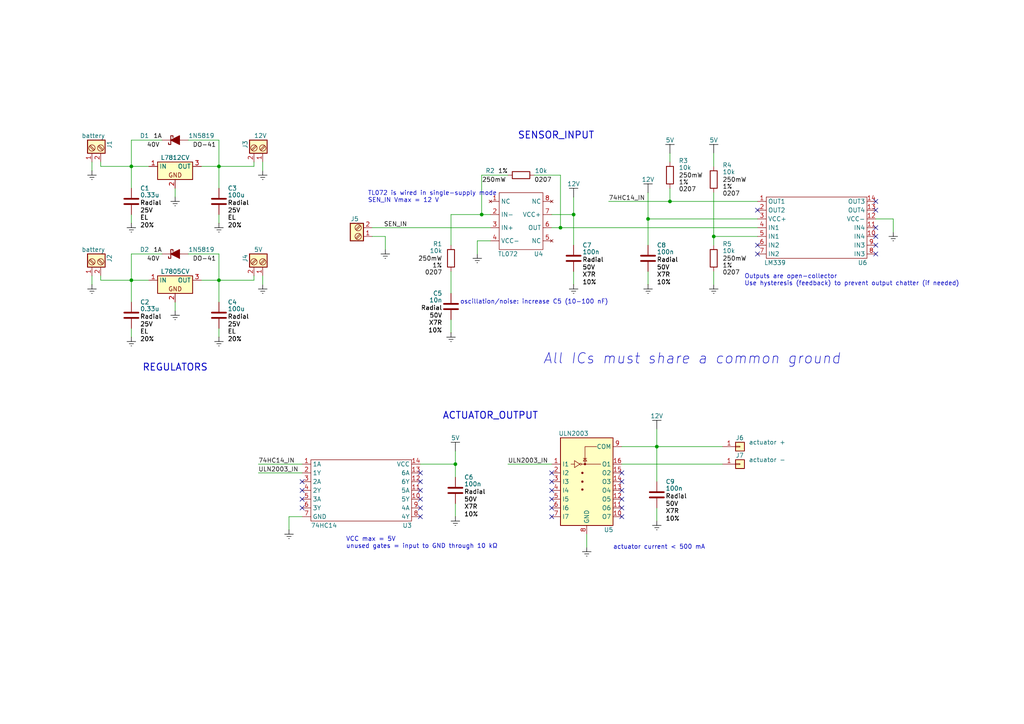
<source format=kicad_sch>
(kicad_sch
	(version 20231120)
	(generator "eeschema")
	(generator_version "8.0")
	(uuid "1f5545e5-2299-4d1f-8fad-9fd0e915658b")
	(paper "A4")
	(title_block
		(title "Single_Neuron_Invert")
		(date "2025-10-10")
		(rev "V1")
		(company "ICBT CAMPUS")
		(comment 1 "LJMU")
		(comment 2 "Author : Prageeth M")
	)
	(lib_symbols
		(symbol "74HC14:74HC14"
			(exclude_from_sim no)
			(in_bom yes)
			(on_board yes)
			(property "Reference" "U"
				(at 0 0 0)
				(effects
					(font
						(size 1.27 1.27)
					)
				)
			)
			(property "Value" "74HC14"
				(at 0 -2.54 0)
				(effects
					(font
						(size 1.27 1.27)
					)
				)
			)
			(property "Footprint" ""
				(at 0 0 0)
				(effects
					(font
						(size 1.27 1.27)
					)
					(hide yes)
				)
			)
			(property "Datasheet" "https://www.ti.com/lit/ds/symlink/sn74hc14.pdf?ts=1755690429281"
				(at 0 -25.4 0)
				(effects
					(font
						(size 1.27 1.27)
					)
					(hide yes)
				)
			)
			(property "Description" " Hex Inverters with Schmitt-Trigger Input"
				(at 0 -22.86 0)
				(effects
					(font
						(size 1.27 1.27)
					)
					(hide yes)
				)
			)
			(symbol "74HC14_0_1"
				(rectangle
					(start -13.97 -3.81)
					(end 15.24 -21.59)
					(stroke
						(width 0)
						(type default)
					)
					(fill
						(type none)
					)
				)
			)
			(symbol "74HC14_1_1"
				(pin input line
					(at -16.51 -5.08 0)
					(length 2.54)
					(name "1A"
						(effects
							(font
								(size 1.27 1.27)
							)
						)
					)
					(number "1"
						(effects
							(font
								(size 1.27 1.27)
							)
						)
					)
				)
				(pin output line
					(at 17.78 -15.24 180)
					(length 2.54)
					(name "5Y"
						(effects
							(font
								(size 1.27 1.27)
							)
						)
					)
					(number "10"
						(effects
							(font
								(size 1.27 1.27)
							)
						)
					)
				)
				(pin input line
					(at 17.78 -12.7 180)
					(length 2.54)
					(name "5A"
						(effects
							(font
								(size 1.27 1.27)
							)
						)
					)
					(number "11"
						(effects
							(font
								(size 1.27 1.27)
							)
						)
					)
				)
				(pin output line
					(at 17.78 -10.16 180)
					(length 2.54)
					(name "6Y"
						(effects
							(font
								(size 1.27 1.27)
							)
						)
					)
					(number "12"
						(effects
							(font
								(size 1.27 1.27)
							)
						)
					)
				)
				(pin input line
					(at 17.78 -7.62 180)
					(length 2.54)
					(name "6A"
						(effects
							(font
								(size 1.27 1.27)
							)
						)
					)
					(number "13"
						(effects
							(font
								(size 1.27 1.27)
							)
						)
					)
				)
				(pin power_in line
					(at 17.78 -5.08 180)
					(length 2.54)
					(name "VCC"
						(effects
							(font
								(size 1.27 1.27)
							)
						)
					)
					(number "14"
						(effects
							(font
								(size 1.27 1.27)
							)
						)
					)
				)
				(pin output line
					(at -16.51 -7.62 0)
					(length 2.54)
					(name "1Y"
						(effects
							(font
								(size 1.27 1.27)
							)
						)
					)
					(number "2"
						(effects
							(font
								(size 1.27 1.27)
							)
						)
					)
				)
				(pin input line
					(at -16.51 -10.16 0)
					(length 2.54)
					(name "2A"
						(effects
							(font
								(size 1.27 1.27)
							)
						)
					)
					(number "3"
						(effects
							(font
								(size 1.27 1.27)
							)
						)
					)
				)
				(pin output line
					(at -16.51 -12.7 0)
					(length 2.54)
					(name "2Y"
						(effects
							(font
								(size 1.27 1.27)
							)
						)
					)
					(number "4"
						(effects
							(font
								(size 1.27 1.27)
							)
						)
					)
				)
				(pin input line
					(at -16.51 -15.24 0)
					(length 2.54)
					(name "3A"
						(effects
							(font
								(size 1.27 1.27)
							)
						)
					)
					(number "5"
						(effects
							(font
								(size 1.27 1.27)
							)
						)
					)
				)
				(pin output line
					(at -16.51 -17.78 0)
					(length 2.54)
					(name "3Y"
						(effects
							(font
								(size 1.27 1.27)
							)
						)
					)
					(number "6"
						(effects
							(font
								(size 1.27 1.27)
							)
						)
					)
				)
				(pin power_in line
					(at -16.51 -20.32 0)
					(length 2.54)
					(name "GND"
						(effects
							(font
								(size 1.27 1.27)
							)
						)
					)
					(number "7"
						(effects
							(font
								(size 1.27 1.27)
							)
						)
					)
				)
				(pin output line
					(at 17.78 -20.32 180)
					(length 2.54)
					(name "4Y"
						(effects
							(font
								(size 1.27 1.27)
							)
						)
					)
					(number "8"
						(effects
							(font
								(size 1.27 1.27)
							)
						)
					)
				)
				(pin input line
					(at 17.78 -17.78 180)
					(length 2.54)
					(name "4A"
						(effects
							(font
								(size 1.27 1.27)
							)
						)
					)
					(number "9"
						(effects
							(font
								(size 1.27 1.27)
							)
						)
					)
				)
			)
		)
		(symbol "Connector_Generic:Conn_01x01"
			(pin_names
				(offset 1.016) hide)
			(exclude_from_sim no)
			(in_bom yes)
			(on_board yes)
			(property "Reference" "J"
				(at 0 2.54 0)
				(effects
					(font
						(size 1.27 1.27)
					)
				)
			)
			(property "Value" "Conn_01x01"
				(at 0 -2.54 0)
				(effects
					(font
						(size 1.27 1.27)
					)
				)
			)
			(property "Footprint" ""
				(at 0 0 0)
				(effects
					(font
						(size 1.27 1.27)
					)
					(hide yes)
				)
			)
			(property "Datasheet" "~"
				(at 0 0 0)
				(effects
					(font
						(size 1.27 1.27)
					)
					(hide yes)
				)
			)
			(property "Description" "Generic connector, single row, 01x01, script generated (kicad-library-utils/schlib/autogen/connector/)"
				(at 0 0 0)
				(effects
					(font
						(size 1.27 1.27)
					)
					(hide yes)
				)
			)
			(property "ki_keywords" "connector"
				(at 0 0 0)
				(effects
					(font
						(size 1.27 1.27)
					)
					(hide yes)
				)
			)
			(property "ki_fp_filters" "Connector*:*_1x??_*"
				(at 0 0 0)
				(effects
					(font
						(size 1.27 1.27)
					)
					(hide yes)
				)
			)
			(symbol "Conn_01x01_1_1"
				(rectangle
					(start -1.27 0.127)
					(end 0 -0.127)
					(stroke
						(width 0.1524)
						(type default)
					)
					(fill
						(type none)
					)
				)
				(rectangle
					(start -1.27 1.27)
					(end 1.27 -1.27)
					(stroke
						(width 0.254)
						(type default)
					)
					(fill
						(type background)
					)
				)
				(pin passive line
					(at -5.08 0 0)
					(length 3.81)
					(name "Pin_1"
						(effects
							(font
								(size 1.27 1.27)
							)
						)
					)
					(number "1"
						(effects
							(font
								(size 1.27 1.27)
							)
						)
					)
				)
			)
		)
		(symbol "Device:C"
			(pin_numbers hide)
			(pin_names
				(offset 0.254)
			)
			(exclude_from_sim no)
			(in_bom yes)
			(on_board yes)
			(property "Reference" "C"
				(at 0.635 2.54 0)
				(effects
					(font
						(size 1.27 1.27)
					)
					(justify left)
				)
			)
			(property "Value" "C"
				(at 0.635 -2.54 0)
				(effects
					(font
						(size 1.27 1.27)
					)
					(justify left)
				)
			)
			(property "Footprint" ""
				(at 0.9652 -3.81 0)
				(effects
					(font
						(size 1.27 1.27)
					)
					(hide yes)
				)
			)
			(property "Datasheet" "~"
				(at 0 0 0)
				(effects
					(font
						(size 1.27 1.27)
					)
					(hide yes)
				)
			)
			(property "Description" "Unpolarized capacitor"
				(at 0 0 0)
				(effects
					(font
						(size 1.27 1.27)
					)
					(hide yes)
				)
			)
			(property "ki_keywords" "cap capacitor"
				(at 0 0 0)
				(effects
					(font
						(size 1.27 1.27)
					)
					(hide yes)
				)
			)
			(property "ki_fp_filters" "C_*"
				(at 0 0 0)
				(effects
					(font
						(size 1.27 1.27)
					)
					(hide yes)
				)
			)
			(symbol "C_0_1"
				(polyline
					(pts
						(xy -2.032 -0.762) (xy 2.032 -0.762)
					)
					(stroke
						(width 0.508)
						(type default)
					)
					(fill
						(type none)
					)
				)
				(polyline
					(pts
						(xy -2.032 0.762) (xy 2.032 0.762)
					)
					(stroke
						(width 0.508)
						(type default)
					)
					(fill
						(type none)
					)
				)
			)
			(symbol "C_1_1"
				(pin passive line
					(at 0 3.81 270)
					(length 2.794)
					(name "~"
						(effects
							(font
								(size 1.27 1.27)
							)
						)
					)
					(number "1"
						(effects
							(font
								(size 1.27 1.27)
							)
						)
					)
				)
				(pin passive line
					(at 0 -3.81 90)
					(length 2.794)
					(name "~"
						(effects
							(font
								(size 1.27 1.27)
							)
						)
					)
					(number "2"
						(effects
							(font
								(size 1.27 1.27)
							)
						)
					)
				)
			)
		)
		(symbol "Device:R"
			(pin_numbers hide)
			(pin_names
				(offset 0)
			)
			(exclude_from_sim no)
			(in_bom yes)
			(on_board yes)
			(property "Reference" "R"
				(at 2.032 0 90)
				(effects
					(font
						(size 1.27 1.27)
					)
				)
			)
			(property "Value" "R"
				(at 0 0 90)
				(effects
					(font
						(size 1.27 1.27)
					)
				)
			)
			(property "Footprint" ""
				(at -1.778 0 90)
				(effects
					(font
						(size 1.27 1.27)
					)
					(hide yes)
				)
			)
			(property "Datasheet" "~"
				(at 0 0 0)
				(effects
					(font
						(size 1.27 1.27)
					)
					(hide yes)
				)
			)
			(property "Description" "Resistor"
				(at 0 0 0)
				(effects
					(font
						(size 1.27 1.27)
					)
					(hide yes)
				)
			)
			(property "ki_keywords" "R res resistor"
				(at 0 0 0)
				(effects
					(font
						(size 1.27 1.27)
					)
					(hide yes)
				)
			)
			(property "ki_fp_filters" "R_*"
				(at 0 0 0)
				(effects
					(font
						(size 1.27 1.27)
					)
					(hide yes)
				)
			)
			(symbol "R_0_1"
				(rectangle
					(start -1.016 -2.54)
					(end 1.016 2.54)
					(stroke
						(width 0.254)
						(type default)
					)
					(fill
						(type none)
					)
				)
			)
			(symbol "R_1_1"
				(pin passive line
					(at 0 3.81 270)
					(length 1.27)
					(name "~"
						(effects
							(font
								(size 1.27 1.27)
							)
						)
					)
					(number "1"
						(effects
							(font
								(size 1.27 1.27)
							)
						)
					)
				)
				(pin passive line
					(at 0 -3.81 90)
					(length 1.27)
					(name "~"
						(effects
							(font
								(size 1.27 1.27)
							)
						)
					)
					(number "2"
						(effects
							(font
								(size 1.27 1.27)
							)
						)
					)
				)
			)
		)
		(symbol "PCM_Diode_Schottky_AKL:1N5819"
			(pin_numbers hide)
			(pin_names
				(offset 1.016) hide)
			(exclude_from_sim no)
			(in_bom yes)
			(on_board yes)
			(property "Reference" "D"
				(at 0 5.08 0)
				(effects
					(font
						(size 1.27 1.27)
					)
				)
			)
			(property "Value" "1N5819"
				(at 0 2.54 0)
				(effects
					(font
						(size 1.27 1.27)
					)
				)
			)
			(property "Footprint" "PCM_Diode_THT_AKL:D_DO-41_SOD81_P7.62mm_Horizontal"
				(at 0 0 0)
				(effects
					(font
						(size 1.27 1.27)
					)
					(hide yes)
				)
			)
			(property "Datasheet" "https://www.tme.eu/Document/1dcb17797cd83f32e896ece3030f14cc/1n5817-19.pdf"
				(at 0 0 0)
				(effects
					(font
						(size 1.27 1.27)
					)
					(hide yes)
				)
			)
			(property "Description" "DO-41 Schottky diode, 40V, 1A, Alternate KiCAD Library"
				(at 0 0 0)
				(effects
					(font
						(size 1.27 1.27)
					)
					(hide yes)
				)
			)
			(property "ki_keywords" "diode Schottky 1N5819"
				(at 0 0 0)
				(effects
					(font
						(size 1.27 1.27)
					)
					(hide yes)
				)
			)
			(property "ki_fp_filters" "TO-???* *_Diode_* *SingleDiode* D_*"
				(at 0 0 0)
				(effects
					(font
						(size 1.27 1.27)
					)
					(hide yes)
				)
			)
			(symbol "1N5819_0_1"
				(polyline
					(pts
						(xy -1.27 0) (xy 1.27 0)
					)
					(stroke
						(width 0)
						(type default)
					)
					(fill
						(type none)
					)
				)
				(polyline
					(pts
						(xy -1.27 -1.27) (xy -1.27 1.27) (xy 1.27 0) (xy -1.27 -1.27)
					)
					(stroke
						(width 0.254)
						(type default)
					)
					(fill
						(type outline)
					)
				)
				(polyline
					(pts
						(xy 1.905 -0.762) (xy 1.905 -1.27) (xy 1.27 -1.27) (xy 1.27 1.27) (xy 0.635 1.27) (xy 0.635 0.762)
					)
					(stroke
						(width 0.254)
						(type default)
					)
					(fill
						(type none)
					)
				)
			)
			(symbol "1N5819_0_2"
				(polyline
					(pts
						(xy -2.54 -2.54) (xy 2.54 2.54)
					)
					(stroke
						(width 0)
						(type default)
					)
					(fill
						(type none)
					)
				)
				(polyline
					(pts
						(xy 0 1.778) (xy 1.778 0)
					)
					(stroke
						(width 0.254)
						(type default)
					)
					(fill
						(type none)
					)
				)
				(polyline
					(pts
						(xy 0 1.778) (xy -0.381 1.397) (xy 0 1.016)
					)
					(stroke
						(width 0.254)
						(type default)
					)
					(fill
						(type none)
					)
				)
				(polyline
					(pts
						(xy 1.778 0) (xy 2.159 0.381) (xy 1.778 0.762)
					)
					(stroke
						(width 0.254)
						(type default)
					)
					(fill
						(type none)
					)
				)
				(polyline
					(pts
						(xy -0.889 -0.889) (xy -1.778 0) (xy 0.889 0.889) (xy 0 -1.778) (xy -0.889 -0.889)
					)
					(stroke
						(width 0.254)
						(type default)
					)
					(fill
						(type outline)
					)
				)
			)
			(symbol "1N5819_1_1"
				(pin passive line
					(at 3.81 0 180)
					(length 2.54)
					(name "K"
						(effects
							(font
								(size 1.27 1.27)
							)
						)
					)
					(number "1"
						(effects
							(font
								(size 1.27 1.27)
							)
						)
					)
				)
				(pin passive line
					(at -3.81 0 0)
					(length 2.54)
					(name "A"
						(effects
							(font
								(size 1.27 1.27)
							)
						)
					)
					(number "2"
						(effects
							(font
								(size 1.27 1.27)
							)
						)
					)
				)
			)
			(symbol "1N5819_1_2"
				(pin passive line
					(at 2.54 2.54 180)
					(length 0)
					(name "K"
						(effects
							(font
								(size 1.27 1.27)
							)
						)
					)
					(number "1"
						(effects
							(font
								(size 1.27 1.27)
							)
						)
					)
				)
				(pin passive line
					(at -2.54 -2.54 0)
					(length 0)
					(name "A"
						(effects
							(font
								(size 1.27 1.27)
							)
						)
					)
					(number "2"
						(effects
							(font
								(size 1.27 1.27)
							)
						)
					)
				)
			)
		)
		(symbol "PCM_SL_Screw_Terminal:Screw_Terminal_2_P5.00mm"
			(exclude_from_sim no)
			(in_bom yes)
			(on_board yes)
			(property "Reference" "J"
				(at 0 3.81 0)
				(effects
					(font
						(size 1.27 1.27)
					)
				)
			)
			(property "Value" "Screw_Terminal_2_P5.00mm"
				(at 0 -3.81 0)
				(effects
					(font
						(size 1.27 1.27)
					)
				)
			)
			(property "Footprint" "TerminalBlock_Phoenix:TerminalBlock_Phoenix_PT-1,5-2-5.0-H_1x02_P5.00mm_Horizontal"
				(at 1.27 -6.35 0)
				(effects
					(font
						(size 1.27 1.27)
					)
					(hide yes)
				)
			)
			(property "Datasheet" ""
				(at 0 0 0)
				(effects
					(font
						(size 1.27 1.27)
					)
					(hide yes)
				)
			)
			(property "Description" ""
				(at 0 0 0)
				(effects
					(font
						(size 1.27 1.27)
					)
					(hide yes)
				)
			)
			(property "ki_keywords" "Screw Terminal"
				(at 0 0 0)
				(effects
					(font
						(size 1.27 1.27)
					)
					(hide yes)
				)
			)
			(symbol "Screw_Terminal_2_P5.00mm_0_1"
				(rectangle
					(start -1.27 2.54)
					(end 2.54 -2.54)
					(stroke
						(width 0.3)
						(type default)
					)
					(fill
						(type background)
					)
				)
				(polyline
					(pts
						(xy -0.254 -2.032) (xy 1.016 -0.762)
					)
					(stroke
						(width 0)
						(type default)
					)
					(fill
						(type none)
					)
				)
				(polyline
					(pts
						(xy -0.254 0.508) (xy 1.016 1.778)
					)
					(stroke
						(width 0)
						(type default)
					)
					(fill
						(type none)
					)
				)
				(polyline
					(pts
						(xy 0 -1.27) (xy -0.508 -1.778) (xy 0.762 -0.508)
					)
					(stroke
						(width 0)
						(type default)
					)
					(fill
						(type none)
					)
				)
				(polyline
					(pts
						(xy 0 1.27) (xy -0.508 0.762) (xy 0.762 2.032)
					)
					(stroke
						(width 0)
						(type default)
					)
					(fill
						(type none)
					)
				)
				(circle
					(center 0.254 -1.27)
					(radius 0.9158)
					(stroke
						(width 0)
						(type default)
					)
					(fill
						(type none)
					)
				)
				(circle
					(center 0.254 1.27)
					(radius 0.9158)
					(stroke
						(width 0)
						(type default)
					)
					(fill
						(type none)
					)
				)
			)
			(symbol "Screw_Terminal_2_P5.00mm_1_1"
				(pin passive line
					(at -3.81 1.27 0)
					(length 2.54)
					(name ""
						(effects
							(font
								(size 1.27 1.27)
							)
						)
					)
					(number "1"
						(effects
							(font
								(size 1.27 1.27)
							)
						)
					)
				)
				(pin passive line
					(at -3.81 -1.27 0)
					(length 2.54)
					(name ""
						(effects
							(font
								(size 1.27 1.27)
							)
						)
					)
					(number "2"
						(effects
							(font
								(size 1.27 1.27)
							)
						)
					)
				)
			)
		)
		(symbol "PCM_Voltage_Regulator_AKL:L7805CV"
			(exclude_from_sim no)
			(in_bom yes)
			(on_board yes)
			(property "Reference" "U"
				(at 0 6.35 0)
				(effects
					(font
						(size 1.27 1.27)
					)
				)
			)
			(property "Value" "L7805CV"
				(at 0 3.81 0)
				(effects
					(font
						(size 1.27 1.27)
					)
				)
			)
			(property "Footprint" "PCM_Package_TO_SOT_THT_AKL:TO-220-3_Vertical"
				(at 0 0 0)
				(effects
					(font
						(size 1.27 1.27)
					)
					(hide yes)
				)
			)
			(property "Datasheet" "https://www.tme.eu/Document/ca9f9ea733232dbf9060d5224849cc58/L78.pdf"
				(at 0 0 0)
				(effects
					(font
						(size 1.27 1.27)
					)
					(hide yes)
				)
			)
			(property "Description" "TO-220 5V 1.5A 3-terminal voltage regulator, Alternate KiCad Library"
				(at 0 0 0)
				(effects
					(font
						(size 1.27 1.27)
					)
					(hide yes)
				)
			)
			(property "ki_keywords" "7805 5V 1.5A voltage regulator vreg pmic power supply 3-terminal"
				(at 0 0 0)
				(effects
					(font
						(size 1.27 1.27)
					)
					(hide yes)
				)
			)
			(symbol "L7805CV_0_0"
				(rectangle
					(start -5.08 1.27)
					(end 5.08 -3.81)
					(stroke
						(width 0.254)
						(type default)
					)
					(fill
						(type background)
					)
				)
				(text "GND"
					(at 0 -2.54 0)
					(effects
						(font
							(size 1.27 1.27)
						)
					)
				)
			)
			(symbol "L7805CV_1_1"
				(pin power_in line
					(at -7.62 0 0)
					(length 2.54)
					(name "IN"
						(effects
							(font
								(size 1.27 1.27)
							)
						)
					)
					(number "1"
						(effects
							(font
								(size 1.27 1.27)
							)
						)
					)
				)
				(pin power_in line
					(at 0 -6.35 90)
					(length 2.54)
					(name "~"
						(effects
							(font
								(size 1.27 1.27)
							)
						)
					)
					(number "2"
						(effects
							(font
								(size 1.27 1.27)
							)
						)
					)
				)
				(pin power_out line
					(at 7.62 0 180)
					(length 2.54)
					(name "OUT"
						(effects
							(font
								(size 1.27 1.27)
							)
						)
					)
					(number "3"
						(effects
							(font
								(size 1.27 1.27)
							)
						)
					)
				)
			)
		)
		(symbol "PCM_Voltage_Regulator_AKL:L7812CV"
			(exclude_from_sim no)
			(in_bom yes)
			(on_board yes)
			(property "Reference" "U"
				(at 0 6.35 0)
				(effects
					(font
						(size 1.27 1.27)
					)
				)
			)
			(property "Value" "L7812CV"
				(at 0 3.81 0)
				(effects
					(font
						(size 1.27 1.27)
					)
				)
			)
			(property "Footprint" "PCM_Package_TO_SOT_THT_AKL:TO-220-3_Vertical"
				(at 0 0 0)
				(effects
					(font
						(size 1.27 1.27)
					)
					(hide yes)
				)
			)
			(property "Datasheet" "https://www.tme.eu/Document/ca9f9ea733232dbf9060d5224849cc58/L78.pdf"
				(at 0 0 0)
				(effects
					(font
						(size 1.27 1.27)
					)
					(hide yes)
				)
			)
			(property "Description" "TO-220 12V 1.5A 3-terminal voltage regulator, Alternate KiCad Library"
				(at 0 0 0)
				(effects
					(font
						(size 1.27 1.27)
					)
					(hide yes)
				)
			)
			(property "ki_keywords" "7812 12V 1.5A voltage regulator vreg pmic power supply 3-terminal"
				(at 0 0 0)
				(effects
					(font
						(size 1.27 1.27)
					)
					(hide yes)
				)
			)
			(symbol "L7812CV_0_0"
				(rectangle
					(start -5.08 1.27)
					(end 5.08 -3.81)
					(stroke
						(width 0.254)
						(type default)
					)
					(fill
						(type background)
					)
				)
				(text "GND"
					(at 0 -2.54 0)
					(effects
						(font
							(size 1.27 1.27)
						)
					)
				)
			)
			(symbol "L7812CV_1_1"
				(pin power_in line
					(at -7.62 0 0)
					(length 2.54)
					(name "IN"
						(effects
							(font
								(size 1.27 1.27)
							)
						)
					)
					(number "1"
						(effects
							(font
								(size 1.27 1.27)
							)
						)
					)
				)
				(pin power_in line
					(at 0 -6.35 90)
					(length 2.54)
					(name "~"
						(effects
							(font
								(size 1.27 1.27)
							)
						)
					)
					(number "2"
						(effects
							(font
								(size 1.27 1.27)
							)
						)
					)
				)
				(pin power_out line
					(at 7.62 0 180)
					(length 2.54)
					(name "OUT"
						(effects
							(font
								(size 1.27 1.27)
							)
						)
					)
					(number "3"
						(effects
							(font
								(size 1.27 1.27)
							)
						)
					)
				)
			)
		)
		(symbol "TL072:TL072"
			(exclude_from_sim no)
			(in_bom yes)
			(on_board yes)
			(property "Reference" "U"
				(at 0 -1.27 0)
				(effects
					(font
						(size 1.27 1.27)
					)
				)
			)
			(property "Value" "TL072"
				(at 0 -3.81 0)
				(effects
					(font
						(size 1.27 1.27)
					)
				)
			)
			(property "Footprint" ""
				(at 0 -1.27 0)
				(effects
					(font
						(size 1.27 1.27)
					)
					(hide yes)
				)
			)
			(property "Datasheet" "https://www.ti.com/lit/ds/symlink/tl071.pdf"
				(at 0 -22.86 0)
				(effects
					(font
						(size 1.27 1.27)
					)
					(hide yes)
				)
			)
			(property "Description" " TL072 Low-Noise, FET-Input Operational Amplifier"
				(at 0 -25.4 0)
				(effects
					(font
						(size 1.27 1.27)
					)
					(hide yes)
				)
			)
			(symbol "TL072_0_1"
				(rectangle
					(start -6.35 -5.08)
					(end 6.35 -21.59)
					(stroke
						(width 0)
						(type default)
					)
					(fill
						(type none)
					)
				)
			)
			(symbol "TL072_1_1"
				(pin no_connect line
					(at -8.89 -7.62 0)
					(length 2.54)
					(name "NC"
						(effects
							(font
								(size 1.27 1.27)
							)
						)
					)
					(number "1"
						(effects
							(font
								(size 1.27 1.27)
							)
						)
					)
				)
				(pin input line
					(at -8.89 -11.43 0)
					(length 2.54)
					(name "IN-"
						(effects
							(font
								(size 1.27 1.27)
							)
						)
					)
					(number "2"
						(effects
							(font
								(size 1.27 1.27)
							)
						)
					)
				)
				(pin input line
					(at -8.89 -15.24 0)
					(length 2.54)
					(name "IN+"
						(effects
							(font
								(size 1.27 1.27)
							)
						)
					)
					(number "3"
						(effects
							(font
								(size 1.27 1.27)
							)
						)
					)
				)
				(pin power_in line
					(at -8.89 -19.05 0)
					(length 2.54)
					(name "VCC-"
						(effects
							(font
								(size 1.27 1.27)
							)
						)
					)
					(number "4"
						(effects
							(font
								(size 1.27 1.27)
							)
						)
					)
				)
				(pin no_connect line
					(at 8.89 -19.05 180)
					(length 2.54)
					(name "NC"
						(effects
							(font
								(size 1.27 1.27)
							)
						)
					)
					(number "5"
						(effects
							(font
								(size 1.27 1.27)
							)
						)
					)
				)
				(pin output line
					(at 8.89 -15.24 180)
					(length 2.54)
					(name "OUT"
						(effects
							(font
								(size 1.27 1.27)
							)
						)
					)
					(number "6"
						(effects
							(font
								(size 1.27 1.27)
							)
						)
					)
				)
				(pin power_in line
					(at 8.89 -11.43 180)
					(length 2.54)
					(name "VCC+"
						(effects
							(font
								(size 1.27 1.27)
							)
						)
					)
					(number "7"
						(effects
							(font
								(size 1.27 1.27)
							)
						)
					)
				)
				(pin no_connect line
					(at 8.89 -7.62 180)
					(length 2.54)
					(name "NC"
						(effects
							(font
								(size 1.27 1.27)
							)
						)
					)
					(number "8"
						(effects
							(font
								(size 1.27 1.27)
							)
						)
					)
				)
			)
		)
		(symbol "Transistor_Array:ULN2003"
			(exclude_from_sim no)
			(in_bom yes)
			(on_board yes)
			(property "Reference" "U"
				(at 0 15.875 0)
				(effects
					(font
						(size 1.27 1.27)
					)
				)
			)
			(property "Value" "ULN2003"
				(at 0 13.97 0)
				(effects
					(font
						(size 1.27 1.27)
					)
				)
			)
			(property "Footprint" ""
				(at 1.27 -13.97 0)
				(effects
					(font
						(size 1.27 1.27)
					)
					(justify left)
					(hide yes)
				)
			)
			(property "Datasheet" "http://www.ti.com/lit/ds/symlink/uln2003a.pdf"
				(at 2.54 -5.08 0)
				(effects
					(font
						(size 1.27 1.27)
					)
					(hide yes)
				)
			)
			(property "Description" "High Voltage, High Current Darlington Transistor Arrays, SOIC16/SOIC16W/DIP16/TSSOP16"
				(at 0 0 0)
				(effects
					(font
						(size 1.27 1.27)
					)
					(hide yes)
				)
			)
			(property "ki_keywords" "darlington transistor array"
				(at 0 0 0)
				(effects
					(font
						(size 1.27 1.27)
					)
					(hide yes)
				)
			)
			(property "ki_fp_filters" "DIP*W7.62mm* SOIC*3.9x9.9mm*P1.27mm* SSOP*4.4x5.2mm*P0.65mm* TSSOP*4.4x5mm*P0.65mm* SOIC*W*5.3x10.2mm*P1.27mm*"
				(at 0 0 0)
				(effects
					(font
						(size 1.27 1.27)
					)
					(hide yes)
				)
			)
			(symbol "ULN2003_0_1"
				(rectangle
					(start -7.62 -12.7)
					(end 7.62 12.7)
					(stroke
						(width 0.254)
						(type default)
					)
					(fill
						(type background)
					)
				)
				(circle
					(center -1.778 5.08)
					(radius 0.254)
					(stroke
						(width 0)
						(type default)
					)
					(fill
						(type none)
					)
				)
				(circle
					(center -1.27 -2.286)
					(radius 0.254)
					(stroke
						(width 0)
						(type default)
					)
					(fill
						(type outline)
					)
				)
				(circle
					(center -1.27 0)
					(radius 0.254)
					(stroke
						(width 0)
						(type default)
					)
					(fill
						(type outline)
					)
				)
				(circle
					(center -1.27 2.54)
					(radius 0.254)
					(stroke
						(width 0)
						(type default)
					)
					(fill
						(type outline)
					)
				)
				(circle
					(center -0.508 5.08)
					(radius 0.254)
					(stroke
						(width 0)
						(type default)
					)
					(fill
						(type outline)
					)
				)
				(polyline
					(pts
						(xy -4.572 5.08) (xy -3.556 5.08)
					)
					(stroke
						(width 0)
						(type default)
					)
					(fill
						(type none)
					)
				)
				(polyline
					(pts
						(xy -1.524 5.08) (xy 4.064 5.08)
					)
					(stroke
						(width 0)
						(type default)
					)
					(fill
						(type none)
					)
				)
				(polyline
					(pts
						(xy 0 6.731) (xy -1.016 6.731)
					)
					(stroke
						(width 0)
						(type default)
					)
					(fill
						(type none)
					)
				)
				(polyline
					(pts
						(xy -0.508 5.08) (xy -0.508 10.16) (xy 2.921 10.16)
					)
					(stroke
						(width 0)
						(type default)
					)
					(fill
						(type none)
					)
				)
				(polyline
					(pts
						(xy -3.556 6.096) (xy -3.556 4.064) (xy -2.032 5.08) (xy -3.556 6.096)
					)
					(stroke
						(width 0)
						(type default)
					)
					(fill
						(type none)
					)
				)
				(polyline
					(pts
						(xy 0 5.969) (xy -1.016 5.969) (xy -0.508 6.731) (xy 0 5.969)
					)
					(stroke
						(width 0)
						(type default)
					)
					(fill
						(type none)
					)
				)
			)
			(symbol "ULN2003_1_1"
				(pin input line
					(at -10.16 5.08 0)
					(length 2.54)
					(name "I1"
						(effects
							(font
								(size 1.27 1.27)
							)
						)
					)
					(number "1"
						(effects
							(font
								(size 1.27 1.27)
							)
						)
					)
				)
				(pin open_collector line
					(at 10.16 -10.16 180)
					(length 2.54)
					(name "O7"
						(effects
							(font
								(size 1.27 1.27)
							)
						)
					)
					(number "10"
						(effects
							(font
								(size 1.27 1.27)
							)
						)
					)
				)
				(pin open_collector line
					(at 10.16 -7.62 180)
					(length 2.54)
					(name "O6"
						(effects
							(font
								(size 1.27 1.27)
							)
						)
					)
					(number "11"
						(effects
							(font
								(size 1.27 1.27)
							)
						)
					)
				)
				(pin open_collector line
					(at 10.16 -5.08 180)
					(length 2.54)
					(name "O5"
						(effects
							(font
								(size 1.27 1.27)
							)
						)
					)
					(number "12"
						(effects
							(font
								(size 1.27 1.27)
							)
						)
					)
				)
				(pin open_collector line
					(at 10.16 -2.54 180)
					(length 2.54)
					(name "O4"
						(effects
							(font
								(size 1.27 1.27)
							)
						)
					)
					(number "13"
						(effects
							(font
								(size 1.27 1.27)
							)
						)
					)
				)
				(pin open_collector line
					(at 10.16 0 180)
					(length 2.54)
					(name "O3"
						(effects
							(font
								(size 1.27 1.27)
							)
						)
					)
					(number "14"
						(effects
							(font
								(size 1.27 1.27)
							)
						)
					)
				)
				(pin open_collector line
					(at 10.16 2.54 180)
					(length 2.54)
					(name "O2"
						(effects
							(font
								(size 1.27 1.27)
							)
						)
					)
					(number "15"
						(effects
							(font
								(size 1.27 1.27)
							)
						)
					)
				)
				(pin open_collector line
					(at 10.16 5.08 180)
					(length 2.54)
					(name "O1"
						(effects
							(font
								(size 1.27 1.27)
							)
						)
					)
					(number "16"
						(effects
							(font
								(size 1.27 1.27)
							)
						)
					)
				)
				(pin input line
					(at -10.16 2.54 0)
					(length 2.54)
					(name "I2"
						(effects
							(font
								(size 1.27 1.27)
							)
						)
					)
					(number "2"
						(effects
							(font
								(size 1.27 1.27)
							)
						)
					)
				)
				(pin input line
					(at -10.16 0 0)
					(length 2.54)
					(name "I3"
						(effects
							(font
								(size 1.27 1.27)
							)
						)
					)
					(number "3"
						(effects
							(font
								(size 1.27 1.27)
							)
						)
					)
				)
				(pin input line
					(at -10.16 -2.54 0)
					(length 2.54)
					(name "I4"
						(effects
							(font
								(size 1.27 1.27)
							)
						)
					)
					(number "4"
						(effects
							(font
								(size 1.27 1.27)
							)
						)
					)
				)
				(pin input line
					(at -10.16 -5.08 0)
					(length 2.54)
					(name "I5"
						(effects
							(font
								(size 1.27 1.27)
							)
						)
					)
					(number "5"
						(effects
							(font
								(size 1.27 1.27)
							)
						)
					)
				)
				(pin input line
					(at -10.16 -7.62 0)
					(length 2.54)
					(name "I6"
						(effects
							(font
								(size 1.27 1.27)
							)
						)
					)
					(number "6"
						(effects
							(font
								(size 1.27 1.27)
							)
						)
					)
				)
				(pin input line
					(at -10.16 -10.16 0)
					(length 2.54)
					(name "I7"
						(effects
							(font
								(size 1.27 1.27)
							)
						)
					)
					(number "7"
						(effects
							(font
								(size 1.27 1.27)
							)
						)
					)
				)
				(pin power_in line
					(at 0 -15.24 90)
					(length 2.54)
					(name "GND"
						(effects
							(font
								(size 1.27 1.27)
							)
						)
					)
					(number "8"
						(effects
							(font
								(size 1.27 1.27)
							)
						)
					)
				)
				(pin passive line
					(at 10.16 10.16 180)
					(length 2.54)
					(name "COM"
						(effects
							(font
								(size 1.27 1.27)
							)
						)
					)
					(number "9"
						(effects
							(font
								(size 1.27 1.27)
							)
						)
					)
				)
			)
		)
		(symbol "lm339:LM339"
			(exclude_from_sim no)
			(in_bom yes)
			(on_board yes)
			(property "Reference" "U"
				(at 0 2.54 0)
				(effects
					(font
						(size 1.27 1.27)
					)
				)
			)
			(property "Value" "LM339"
				(at 0 0 0)
				(effects
					(font
						(size 1.27 1.27)
					)
				)
			)
			(property "Footprint" ""
				(at -10.16 0 0)
				(effects
					(font
						(size 1.27 1.27)
					)
					(hide yes)
				)
			)
			(property "Datasheet" ""
				(at -10.16 0 0)
				(effects
					(font
						(size 1.27 1.27)
					)
					(hide yes)
				)
			)
			(property "Description" " Low-power quad voltage comparator"
				(at 1.27 -20.32 0)
				(effects
					(font
						(size 1.27 1.27)
					)
					(hide yes)
				)
			)
			(symbol "LM339_0_1"
				(rectangle
					(start -13.97 -1.27)
					(end 15.24 -19.05)
					(stroke
						(width 0)
						(type default)
					)
					(fill
						(type none)
					)
				)
			)
			(symbol "LM339_1_1"
				(pin output line
					(at -16.51 -2.54 0)
					(length 2.54)
					(name "OUT1"
						(effects
							(font
								(size 1.27 1.27)
							)
						)
					)
					(number "1"
						(effects
							(font
								(size 1.27 1.27)
							)
						)
					)
				)
				(pin input line
					(at 17.78 -12.7 180)
					(length 2.54)
					(name "IN4"
						(effects
							(font
								(size 1.27 1.27)
							)
						)
					)
					(number "10"
						(effects
							(font
								(size 1.27 1.27)
							)
						)
					)
				)
				(pin input line
					(at 17.78 -10.16 180)
					(length 2.54)
					(name "IN4"
						(effects
							(font
								(size 1.27 1.27)
							)
						)
					)
					(number "11"
						(effects
							(font
								(size 1.27 1.27)
							)
						)
					)
				)
				(pin power_in line
					(at 17.78 -7.62 180)
					(length 2.54)
					(name "VCC-"
						(effects
							(font
								(size 1.27 1.27)
							)
						)
					)
					(number "12"
						(effects
							(font
								(size 1.27 1.27)
							)
						)
					)
				)
				(pin output line
					(at 17.78 -5.08 180)
					(length 2.54)
					(name "OUT4"
						(effects
							(font
								(size 1.27 1.27)
							)
						)
					)
					(number "13"
						(effects
							(font
								(size 1.27 1.27)
							)
						)
					)
				)
				(pin output line
					(at 17.78 -2.54 180)
					(length 2.54)
					(name "OUT3"
						(effects
							(font
								(size 1.27 1.27)
							)
						)
					)
					(number "14"
						(effects
							(font
								(size 1.27 1.27)
							)
						)
					)
				)
				(pin output line
					(at -16.51 -5.08 0)
					(length 2.54)
					(name "OUT2"
						(effects
							(font
								(size 1.27 1.27)
							)
						)
					)
					(number "2"
						(effects
							(font
								(size 1.27 1.27)
							)
						)
					)
				)
				(pin power_in line
					(at -16.51 -7.62 0)
					(length 2.54)
					(name "VCC+"
						(effects
							(font
								(size 1.27 1.27)
							)
						)
					)
					(number "3"
						(effects
							(font
								(size 1.27 1.27)
							)
						)
					)
				)
				(pin input line
					(at -16.51 -10.16 0)
					(length 2.54)
					(name "IN1"
						(effects
							(font
								(size 1.27 1.27)
							)
						)
					)
					(number "4"
						(effects
							(font
								(size 1.27 1.27)
							)
						)
					)
				)
				(pin input line
					(at -16.51 -12.7 0)
					(length 2.54)
					(name "IN1"
						(effects
							(font
								(size 1.27 1.27)
							)
						)
					)
					(number "5"
						(effects
							(font
								(size 1.27 1.27)
							)
						)
					)
				)
				(pin input line
					(at -16.51 -15.24 0)
					(length 2.54)
					(name "IN2"
						(effects
							(font
								(size 1.27 1.27)
							)
						)
					)
					(number "6"
						(effects
							(font
								(size 1.27 1.27)
							)
						)
					)
				)
				(pin input line
					(at -16.51 -17.78 0)
					(length 2.54)
					(name "IN2"
						(effects
							(font
								(size 1.27 1.27)
							)
						)
					)
					(number "7"
						(effects
							(font
								(size 1.27 1.27)
							)
						)
					)
				)
				(pin input line
					(at 17.78 -17.78 180)
					(length 2.54)
					(name "IN3"
						(effects
							(font
								(size 1.27 1.27)
							)
						)
					)
					(number "8"
						(effects
							(font
								(size 1.27 1.27)
							)
						)
					)
				)
				(pin input line
					(at 17.78 -15.24 180)
					(length 2.54)
					(name "IN3"
						(effects
							(font
								(size 1.27 1.27)
							)
						)
					)
					(number "9"
						(effects
							(font
								(size 1.27 1.27)
							)
						)
					)
				)
			)
		)
		(symbol "power:+12V"
			(power)
			(pin_numbers hide)
			(pin_names
				(offset 0) hide)
			(exclude_from_sim no)
			(in_bom yes)
			(on_board yes)
			(property "Reference" "#PWR012"
				(at 0 -3.81 0)
				(effects
					(font
						(size 1.27 1.27)
					)
					(hide yes)
				)
			)
			(property "Value" "+12V"
				(at 0 5.08 0)
				(effects
					(font
						(size 1.27 1.27)
					)
				)
			)
			(property "Footprint" ""
				(at 0 0 0)
				(effects
					(font
						(size 1.27 1.27)
					)
					(hide yes)
				)
			)
			(property "Datasheet" ""
				(at 0 0 0)
				(effects
					(font
						(size 1.27 1.27)
					)
					(hide yes)
				)
			)
			(property "Description" "Power symbol creates a global label with name \"+12V\""
				(at -1.27 -1.27 0)
				(effects
					(font
						(size 1.27 1.27)
					)
					(hide yes)
				)
			)
			(property "ki_keywords" "global power"
				(at 0 0 0)
				(effects
					(font
						(size 1.27 1.27)
					)
					(hide yes)
				)
			)
			(symbol "+12V_0_1"
				(polyline
					(pts
						(xy -1.27 2.54) (xy 0 2.54)
					)
					(stroke
						(width 0)
						(type default)
						(color 0 0 0 1)
					)
					(fill
						(type none)
					)
				)
				(polyline
					(pts
						(xy 0 0) (xy 0 2.54)
					)
					(stroke
						(width 0)
						(type default)
						(color 0 0 0 1)
					)
					(fill
						(type none)
					)
				)
				(polyline
					(pts
						(xy 0 2.54) (xy 1.27 2.54)
					)
					(stroke
						(width 0)
						(type default)
						(color 0 0 0 1)
					)
					(fill
						(type none)
					)
				)
			)
			(symbol "+12V_1_1"
				(pin power_in line
					(at 0 0 90)
					(length 0)
					(name "~"
						(effects
							(font
								(size 1.27 1.27)
							)
						)
					)
					(number "1"
						(effects
							(font
								(size 1.27 1.27)
							)
						)
					)
				)
			)
		)
		(symbol "power:+5V"
			(power)
			(pin_numbers hide)
			(pin_names
				(offset 0) hide)
			(exclude_from_sim no)
			(in_bom yes)
			(on_board yes)
			(property "Reference" "#PWR011"
				(at 0 -3.81 0)
				(effects
					(font
						(size 1.27 1.27)
					)
					(hide yes)
				)
			)
			(property "Value" "+5V"
				(at 0 5.08 0)
				(effects
					(font
						(size 1.27 1.27)
					)
				)
			)
			(property "Footprint" ""
				(at 0 0 0)
				(effects
					(font
						(size 1.27 1.27)
					)
					(hide yes)
				)
			)
			(property "Datasheet" ""
				(at 0 0 0)
				(effects
					(font
						(size 1.27 1.27)
					)
					(hide yes)
				)
			)
			(property "Description" "Power symbol creates a global label with name \"+5V\""
				(at 0 0 0)
				(effects
					(font
						(size 1.27 1.27)
					)
					(hide yes)
				)
			)
			(property "ki_keywords" "global power"
				(at 0 0 0)
				(effects
					(font
						(size 1.27 1.27)
					)
					(hide yes)
				)
			)
			(symbol "+5V_0_1"
				(polyline
					(pts
						(xy -1.27 2.54) (xy 0 2.54)
					)
					(stroke
						(width 0)
						(type default)
						(color 0 0 0 1)
					)
					(fill
						(type none)
					)
				)
				(polyline
					(pts
						(xy 0 0) (xy 0 2.54)
					)
					(stroke
						(width 0)
						(type default)
						(color 0 0 0 1)
					)
					(fill
						(type none)
					)
				)
				(polyline
					(pts
						(xy 0 2.54) (xy 1.27 2.54)
					)
					(stroke
						(width 0)
						(type default)
						(color 0 0 0 1)
					)
					(fill
						(type none)
					)
				)
			)
			(symbol "+5V_1_1"
				(pin power_in line
					(at 0 0 90)
					(length 0)
					(name "~"
						(effects
							(font
								(size 1.27 1.27)
							)
						)
					)
					(number "1"
						(effects
							(font
								(size 1.27 1.27)
							)
						)
					)
				)
			)
		)
		(symbol "power:Earth"
			(power)
			(pin_numbers hide)
			(pin_names
				(offset 0) hide)
			(exclude_from_sim no)
			(in_bom yes)
			(on_board yes)
			(property "Reference" "#PWR01"
				(at 0 -6.35 0)
				(effects
					(font
						(size 1.27 1.27)
					)
					(hide yes)
				)
			)
			(property "Value" "Earth"
				(at 0 -5.08 0)
				(effects
					(font
						(size 1.27 1.27)
					)
				)
			)
			(property "Footprint" ""
				(at 0 0 0)
				(effects
					(font
						(size 1.27 1.27)
					)
					(hide yes)
				)
			)
			(property "Datasheet" "~"
				(at 0 0 0)
				(effects
					(font
						(size 1.27 1.27)
					)
					(hide yes)
				)
			)
			(property "Description" "Power symbol creates a global label with name \"Earth\""
				(at 0 0 0)
				(effects
					(font
						(size 1.27 1.27)
					)
					(hide yes)
				)
			)
			(property "ki_keywords" "global ground gnd"
				(at 0 0 0)
				(effects
					(font
						(size 1.27 1.27)
					)
					(hide yes)
				)
			)
			(symbol "Earth_0_1"
				(polyline
					(pts
						(xy -0.635 -1.905) (xy 0.635 -1.905)
					)
					(stroke
						(width 0)
						(type default)
						(color 0 0 0 1)
					)
					(fill
						(type none)
					)
				)
				(polyline
					(pts
						(xy -0.127 -2.54) (xy 0.127 -2.54)
					)
					(stroke
						(width 0)
						(type default)
						(color 0 0 0 1)
					)
					(fill
						(type none)
					)
				)
				(polyline
					(pts
						(xy 0 -1.27) (xy 0 0)
					)
					(stroke
						(width 0)
						(type default)
						(color 0 0 0 1)
					)
					(fill
						(type none)
					)
				)
				(polyline
					(pts
						(xy 1.27 -1.27) (xy -1.27 -1.27)
					)
					(stroke
						(width 0)
						(type default)
						(color 0 0 0 1)
					)
					(fill
						(type none)
					)
				)
			)
			(symbol "Earth_1_1"
				(pin power_in line
					(at 0 0 270)
					(length 0)
					(name "~"
						(effects
							(font
								(size 1.27 1.27)
							)
						)
					)
					(number "1"
						(effects
							(font
								(size 1.27 1.27)
							)
						)
					)
				)
			)
		)
	)
	(junction
		(at 63.5 81.28)
		(diameter 0)
		(color 0 0 0 0)
		(uuid "090ec2f5-b10d-4871-8316-e5a69a10d85c")
	)
	(junction
		(at 38.1 81.28)
		(diameter 0)
		(color 0 0 0 0)
		(uuid "096f77ad-2863-422a-9457-018c9bcb3816")
	)
	(junction
		(at 139.7 62.23)
		(diameter 0)
		(color 0 0 0 0)
		(uuid "0ec9fa51-eb50-4391-8a14-83e54f5370fc")
	)
	(junction
		(at 207.01 68.58)
		(diameter 0)
		(color 0 0 0 0)
		(uuid "25fd9077-97c0-423d-91d8-01604e1bce9b")
	)
	(junction
		(at 187.96 63.5)
		(diameter 0)
		(color 0 0 0 0)
		(uuid "28ce2a18-9f6d-44fc-b899-433a43b54be1")
	)
	(junction
		(at 166.37 62.23)
		(diameter 0)
		(color 0 0 0 0)
		(uuid "43efd3ad-a22b-4c7d-9372-cd521fd3f678")
	)
	(junction
		(at 194.31 58.42)
		(diameter 0)
		(color 0 0 0 0)
		(uuid "588161d4-1efc-4ccb-b0d4-267f43ce640d")
	)
	(junction
		(at 63.5 48.26)
		(diameter 0)
		(color 0 0 0 0)
		(uuid "6ac31e0f-c1f7-46a7-ad6d-981d30fe635d")
	)
	(junction
		(at 190.5 129.54)
		(diameter 0)
		(color 0 0 0 0)
		(uuid "ce9f75bb-ba1b-4524-aad2-a7ab59128ef4")
	)
	(junction
		(at 162.56 66.04)
		(diameter 0)
		(color 0 0 0 0)
		(uuid "dadfa0a8-4ff1-4792-887c-fbcae77ba536")
	)
	(junction
		(at 132.08 134.62)
		(diameter 0)
		(color 0 0 0 0)
		(uuid "e5b39550-2116-4197-8ebe-f5d240dcc257")
	)
	(junction
		(at 38.1 48.26)
		(diameter 0)
		(color 0 0 0 0)
		(uuid "f3296ad4-a429-4d6c-b795-56df7cafcb15")
	)
	(no_connect
		(at 254 66.04)
		(uuid "0ab1c459-81a5-44fa-aac3-e7062443860f")
	)
	(no_connect
		(at 160.02 137.16)
		(uuid "0efcc2d0-5dd9-4e99-a6b8-150b88abb488")
	)
	(no_connect
		(at 180.34 139.7)
		(uuid "19320ed0-5f7f-43d6-a48f-ce388e503cea")
	)
	(no_connect
		(at 87.63 142.24)
		(uuid "1bebe134-e429-405c-bb08-61a5cd9f5a9b")
	)
	(no_connect
		(at 160.02 144.78)
		(uuid "1eeb751c-1fea-4b30-9a57-f3cf41201947")
	)
	(no_connect
		(at 87.63 147.32)
		(uuid "1f13a49f-7127-42bb-a875-54dfa2d4062a")
	)
	(no_connect
		(at 121.92 137.16)
		(uuid "2243dee6-b329-41b2-8d83-faefbaa7ac8d")
	)
	(no_connect
		(at 219.71 60.96)
		(uuid "2dbc817c-c13a-4271-8790-22bcd816a4b1")
	)
	(no_connect
		(at 160.02 147.32)
		(uuid "3446ccfa-abc5-4011-b76a-f90b36f95096")
	)
	(no_connect
		(at 254 58.42)
		(uuid "3a5e68ac-eba5-4bfe-9122-cc1fd2d3983a")
	)
	(no_connect
		(at 254 73.66)
		(uuid "3d1c4e84-a9b7-47d1-8e03-f0cb9203b862")
	)
	(no_connect
		(at 219.71 73.66)
		(uuid "49a7f964-159d-48c5-9c42-83f80dd2776a")
	)
	(no_connect
		(at 121.92 144.78)
		(uuid "51eb3990-a46b-4359-9b56-f9659c18afde")
	)
	(no_connect
		(at 254 68.58)
		(uuid "54df5dcf-bf15-4171-a15b-b83d28ffbeae")
	)
	(no_connect
		(at 121.92 142.24)
		(uuid "5c2862f0-5765-4e23-b459-59b2f3e04179")
	)
	(no_connect
		(at 180.34 142.24)
		(uuid "5eb64134-8f2d-4fea-b71d-2d16b9017fd0")
	)
	(no_connect
		(at 160.02 139.7)
		(uuid "6022e3e7-6739-4676-8a64-73a15f696754")
	)
	(no_connect
		(at 219.71 71.12)
		(uuid "74015442-4619-4a00-b1f0-7d6062bc48f7")
	)
	(no_connect
		(at 121.92 139.7)
		(uuid "7f7a0b84-1b90-4aed-a8da-15ac13fd0bf8")
	)
	(no_connect
		(at 121.92 147.32)
		(uuid "837f86cb-b165-420d-9d71-27ce2fb7a335")
	)
	(no_connect
		(at 180.34 137.16)
		(uuid "8af8b1f3-8422-423e-8111-7ceb9e1eabdd")
	)
	(no_connect
		(at 121.92 149.86)
		(uuid "8fdbf5bc-2d4a-4528-9ecb-0d80bb6faa86")
	)
	(no_connect
		(at 254 71.12)
		(uuid "948b9601-7d2b-4b58-9464-5e2e32d32d8b")
	)
	(no_connect
		(at 87.63 144.78)
		(uuid "9afd8c81-d748-47aa-9991-8434ca67ecb4")
	)
	(no_connect
		(at 160.02 142.24)
		(uuid "9fb90b5b-1f1f-480d-9888-ae62605b1e3e")
	)
	(no_connect
		(at 160.02 149.86)
		(uuid "ad909c6c-f10a-40cb-b510-f002cae6197f")
	)
	(no_connect
		(at 180.34 144.78)
		(uuid "c4cabfb0-08a2-432b-8c45-3f553414ca71")
	)
	(no_connect
		(at 180.34 147.32)
		(uuid "cbe186f7-a319-40a9-bb44-d7c0cb45269e")
	)
	(no_connect
		(at 254 60.96)
		(uuid "e34d8d31-373c-4cea-9e47-ce01c2abd05c")
	)
	(no_connect
		(at 180.34 149.86)
		(uuid "f6516d72-ec3d-48b5-b42b-f283b2d47641")
	)
	(no_connect
		(at 87.63 139.7)
		(uuid "faead3cd-19b4-440f-8ad4-33ce08aac106")
	)
	(wire
		(pts
			(xy 130.81 62.23) (xy 139.7 62.23)
		)
		(stroke
			(width 0)
			(type default)
		)
		(uuid "003f5311-0c93-4b11-8742-579566bbc672")
	)
	(wire
		(pts
			(xy 38.1 64.77) (xy 38.1 62.23)
		)
		(stroke
			(width 0)
			(type default)
		)
		(uuid "0805005a-71b9-4e4d-af7a-650e5bf6543d")
	)
	(wire
		(pts
			(xy 50.8 57.15) (xy 50.8 54.61)
		)
		(stroke
			(width 0)
			(type default)
		)
		(uuid "08a29bd0-d987-4100-8411-23e96ba8d434")
	)
	(wire
		(pts
			(xy 207.01 68.58) (xy 207.01 71.12)
		)
		(stroke
			(width 0)
			(type default)
		)
		(uuid "0c187bfa-b20e-40fb-9816-077437e15f61")
	)
	(wire
		(pts
			(xy 132.08 138.43) (xy 132.08 134.62)
		)
		(stroke
			(width 0)
			(type default)
		)
		(uuid "121f0985-4a70-4ee4-b0bb-fe827581e729")
	)
	(wire
		(pts
			(xy 190.5 124.46) (xy 190.5 129.54)
		)
		(stroke
			(width 0)
			(type default)
		)
		(uuid "138db2e9-564e-4548-ba0a-9665d7474026")
	)
	(wire
		(pts
			(xy 194.31 58.42) (xy 194.31 54.61)
		)
		(stroke
			(width 0)
			(type default)
		)
		(uuid "14fb7164-43f3-45f3-bfa0-818c7a7a2fc2")
	)
	(wire
		(pts
			(xy 207.01 55.88) (xy 207.01 68.58)
		)
		(stroke
			(width 0)
			(type default)
		)
		(uuid "15b3e255-f892-48e2-8d1e-5efb393a9184")
	)
	(wire
		(pts
			(xy 111.76 68.58) (xy 111.76 72.39)
		)
		(stroke
			(width 0)
			(type default)
		)
		(uuid "17d8fca4-b9a1-45f3-b870-1d0be7f60ec3")
	)
	(wire
		(pts
			(xy 74.93 134.62) (xy 87.63 134.62)
		)
		(stroke
			(width 0)
			(type default)
		)
		(uuid "2170cf25-8997-4dc3-9a1d-162f8d2b015c")
	)
	(wire
		(pts
			(xy 190.5 147.32) (xy 190.5 151.13)
		)
		(stroke
			(width 0)
			(type default)
		)
		(uuid "247bfba3-b429-4211-afbc-c683b810e281")
	)
	(wire
		(pts
			(xy 46.99 73.66) (xy 38.1 73.66)
		)
		(stroke
			(width 0)
			(type default)
		)
		(uuid "27a4585d-14f1-4a1e-a0ab-d938b891aa0a")
	)
	(wire
		(pts
			(xy 107.95 66.04) (xy 142.24 66.04)
		)
		(stroke
			(width 0)
			(type default)
		)
		(uuid "2a863b80-fc30-41d1-be68-6ef1a7a222b9")
	)
	(wire
		(pts
			(xy 207.01 68.58) (xy 219.71 68.58)
		)
		(stroke
			(width 0)
			(type default)
		)
		(uuid "2c20b2e4-ee66-47d3-8556-8838ad7163d9")
	)
	(wire
		(pts
			(xy 76.2 46.99) (xy 76.2 49.53)
		)
		(stroke
			(width 0)
			(type default)
		)
		(uuid "2e9f2b4e-1ca0-49a7-8ffc-8793a6155f57")
	)
	(wire
		(pts
			(xy 130.81 62.23) (xy 130.81 71.12)
		)
		(stroke
			(width 0)
			(type default)
		)
		(uuid "3546c21c-051b-477a-bd6e-842cce7c95c3")
	)
	(wire
		(pts
			(xy 38.1 40.64) (xy 38.1 48.26)
		)
		(stroke
			(width 0)
			(type default)
		)
		(uuid "38dd97e8-3bfe-42c2-ab21-8a85e31bae79")
	)
	(wire
		(pts
			(xy 26.67 46.99) (xy 26.67 49.53)
		)
		(stroke
			(width 0)
			(type default)
		)
		(uuid "39329657-0b8c-4826-873d-0ef50c90eba1")
	)
	(wire
		(pts
			(xy 130.81 78.74) (xy 130.81 85.09)
		)
		(stroke
			(width 0)
			(type default)
		)
		(uuid "3c2dd3fd-79f5-448f-946f-db53278e5350")
	)
	(wire
		(pts
			(xy 194.31 44.45) (xy 194.31 46.99)
		)
		(stroke
			(width 0)
			(type default)
		)
		(uuid "3fec81c5-8f2b-4915-be84-48bd6d8d9d74")
	)
	(wire
		(pts
			(xy 219.71 63.5) (xy 187.96 63.5)
		)
		(stroke
			(width 0)
			(type default)
		)
		(uuid "413f90b6-82c9-48cb-82f3-44eb8814c4cf")
	)
	(wire
		(pts
			(xy 38.1 48.26) (xy 38.1 54.61)
		)
		(stroke
			(width 0)
			(type default)
		)
		(uuid "4175e74f-5450-496f-b63e-fbb7826b41bc")
	)
	(wire
		(pts
			(xy 38.1 97.79) (xy 38.1 95.25)
		)
		(stroke
			(width 0)
			(type default)
		)
		(uuid "44a2667d-3b8f-4865-b8a7-55d2924c84db")
	)
	(wire
		(pts
			(xy 259.08 67.31) (xy 259.08 63.5)
		)
		(stroke
			(width 0)
			(type default)
		)
		(uuid "45407d02-f8a3-431a-b651-f9f1095bde98")
	)
	(wire
		(pts
			(xy 162.56 66.04) (xy 162.56 50.8)
		)
		(stroke
			(width 0)
			(type default)
		)
		(uuid "490a8fa7-396d-4708-b49d-266a3067ab8e")
	)
	(wire
		(pts
			(xy 63.5 48.26) (xy 63.5 54.61)
		)
		(stroke
			(width 0)
			(type default)
		)
		(uuid "49484c6d-5ece-4e87-b261-2610a71ea5ca")
	)
	(wire
		(pts
			(xy 154.94 50.8) (xy 162.56 50.8)
		)
		(stroke
			(width 0)
			(type default)
		)
		(uuid "498ce94a-0836-4f44-88d7-f6912ddd36b5")
	)
	(wire
		(pts
			(xy 54.61 73.66) (xy 63.5 73.66)
		)
		(stroke
			(width 0)
			(type default)
		)
		(uuid "4c785651-ac57-4142-8a89-bae1bf29ac31")
	)
	(wire
		(pts
			(xy 58.42 81.28) (xy 63.5 81.28)
		)
		(stroke
			(width 0)
			(type default)
		)
		(uuid "4f3c61e9-8e08-465e-8988-bef1111bc77d")
	)
	(wire
		(pts
			(xy 87.63 149.86) (xy 83.82 149.86)
		)
		(stroke
			(width 0)
			(type default)
		)
		(uuid "516e28d9-c035-4c03-be3e-daddb32721e0")
	)
	(wire
		(pts
			(xy 29.21 48.26) (xy 38.1 48.26)
		)
		(stroke
			(width 0)
			(type default)
		)
		(uuid "53a3079e-3a05-4dd0-8955-8695329d1f25")
	)
	(wire
		(pts
			(xy 207.01 44.45) (xy 207.01 48.26)
		)
		(stroke
			(width 0)
			(type default)
		)
		(uuid "56874785-e75d-4924-8f15-49b4329462a5")
	)
	(wire
		(pts
			(xy 162.56 66.04) (xy 219.71 66.04)
		)
		(stroke
			(width 0)
			(type default)
		)
		(uuid "57a0de6d-bad7-4583-a7fc-c9ee7438af68")
	)
	(wire
		(pts
			(xy 74.93 137.16) (xy 87.63 137.16)
		)
		(stroke
			(width 0)
			(type default)
		)
		(uuid "57a9647c-3291-4b52-ac7b-1a667f793865")
	)
	(wire
		(pts
			(xy 139.7 62.23) (xy 142.24 62.23)
		)
		(stroke
			(width 0)
			(type default)
		)
		(uuid "5cb7f1a4-f920-4a4e-b817-4323ba8a467d")
	)
	(wire
		(pts
			(xy 187.96 63.5) (xy 187.96 71.12)
		)
		(stroke
			(width 0)
			(type default)
		)
		(uuid "5d8d2472-99a1-419c-b9da-f8cf55c4bbf1")
	)
	(wire
		(pts
			(xy 170.18 158.75) (xy 170.18 154.94)
		)
		(stroke
			(width 0)
			(type default)
		)
		(uuid "5f5c021c-da54-44fb-a938-d8f6a7b84920")
	)
	(wire
		(pts
			(xy 83.82 149.86) (xy 83.82 153.67)
		)
		(stroke
			(width 0)
			(type default)
		)
		(uuid "68836115-a2e3-436d-8d63-8f0354dd6c41")
	)
	(wire
		(pts
			(xy 194.31 58.42) (xy 219.71 58.42)
		)
		(stroke
			(width 0)
			(type default)
		)
		(uuid "72d98f75-2388-40f5-b755-a1b32519f525")
	)
	(wire
		(pts
			(xy 43.18 81.28) (xy 38.1 81.28)
		)
		(stroke
			(width 0)
			(type default)
		)
		(uuid "7db8d3ef-1f7c-4c8e-abdb-f684710071bc")
	)
	(wire
		(pts
			(xy 132.08 146.05) (xy 132.08 149.86)
		)
		(stroke
			(width 0)
			(type default)
		)
		(uuid "7efdba9f-44cf-48ae-8b1f-7b9727aadc57")
	)
	(wire
		(pts
			(xy 63.5 73.66) (xy 63.5 81.28)
		)
		(stroke
			(width 0)
			(type default)
		)
		(uuid "8081fe51-cd6d-4555-a882-bb26521a1d94")
	)
	(wire
		(pts
			(xy 26.67 80.01) (xy 26.67 82.55)
		)
		(stroke
			(width 0)
			(type default)
		)
		(uuid "846e17e6-3f7d-4347-9fa6-166ee03e8801")
	)
	(wire
		(pts
			(xy 50.8 90.17) (xy 50.8 87.63)
		)
		(stroke
			(width 0)
			(type default)
		)
		(uuid "85edd983-c973-4d10-be32-d36479620aa5")
	)
	(wire
		(pts
			(xy 73.66 48.26) (xy 73.66 46.99)
		)
		(stroke
			(width 0)
			(type default)
		)
		(uuid "86f7c70f-7cb5-47d8-a961-9bb025b23c39")
	)
	(wire
		(pts
			(xy 190.5 129.54) (xy 190.5 139.7)
		)
		(stroke
			(width 0)
			(type default)
		)
		(uuid "87b803fb-d36e-49f2-9514-38edc80646b4")
	)
	(wire
		(pts
			(xy 63.5 97.79) (xy 63.5 95.25)
		)
		(stroke
			(width 0)
			(type default)
		)
		(uuid "896152dd-f73e-434e-84be-d0fde83e96fc")
	)
	(wire
		(pts
			(xy 63.5 87.63) (xy 63.5 81.28)
		)
		(stroke
			(width 0)
			(type default)
		)
		(uuid "8a9ad2cc-8b03-4929-a97a-a7e67d5ef70d")
	)
	(wire
		(pts
			(xy 190.5 129.54) (xy 209.55 129.54)
		)
		(stroke
			(width 0)
			(type default)
		)
		(uuid "94cb1b35-2ef6-4fbb-a995-2837e7c61390")
	)
	(wire
		(pts
			(xy 73.66 81.28) (xy 73.66 80.01)
		)
		(stroke
			(width 0)
			(type default)
		)
		(uuid "9554532e-0f4a-49ac-b10c-e0cdfb6e618d")
	)
	(wire
		(pts
			(xy 63.5 81.28) (xy 73.66 81.28)
		)
		(stroke
			(width 0)
			(type default)
		)
		(uuid "992d676d-35a6-47e2-ac30-604bf82d8fd8")
	)
	(wire
		(pts
			(xy 138.43 69.85) (xy 138.43 73.66)
		)
		(stroke
			(width 0)
			(type default)
		)
		(uuid "9c757cec-cba9-4389-bc4b-bfdb61a928a7")
	)
	(wire
		(pts
			(xy 160.02 62.23) (xy 166.37 62.23)
		)
		(stroke
			(width 0)
			(type default)
		)
		(uuid "a5b29ae7-80ba-45ad-9570-8d64ca129209")
	)
	(wire
		(pts
			(xy 166.37 57.15) (xy 166.37 62.23)
		)
		(stroke
			(width 0)
			(type default)
		)
		(uuid "a6e9a86d-2e5e-4ab1-a7f7-87c29f901f1f")
	)
	(wire
		(pts
			(xy 180.34 129.54) (xy 190.5 129.54)
		)
		(stroke
			(width 0)
			(type default)
		)
		(uuid "a8037ebb-dc0d-4d75-ba9e-496735d720f9")
	)
	(wire
		(pts
			(xy 187.96 55.88) (xy 187.96 63.5)
		)
		(stroke
			(width 0)
			(type default)
		)
		(uuid "abdb45e6-8bc6-48e3-b602-9d20e8828ad0")
	)
	(wire
		(pts
			(xy 176.53 58.42) (xy 194.31 58.42)
		)
		(stroke
			(width 0)
			(type default)
		)
		(uuid "b6861b12-e3b6-4a28-a363-838c7bfa34bd")
	)
	(wire
		(pts
			(xy 142.24 69.85) (xy 138.43 69.85)
		)
		(stroke
			(width 0)
			(type default)
		)
		(uuid "b996651f-7b82-4f58-90b0-546171fbc544")
	)
	(wire
		(pts
			(xy 147.32 134.62) (xy 160.02 134.62)
		)
		(stroke
			(width 0)
			(type default)
		)
		(uuid "c092e9c4-929b-4623-a3d4-925527c06120")
	)
	(wire
		(pts
			(xy 107.95 68.58) (xy 111.76 68.58)
		)
		(stroke
			(width 0)
			(type default)
		)
		(uuid "c26c15c5-abd4-4b0c-a69e-9cd9a11f9f84")
	)
	(wire
		(pts
			(xy 166.37 78.74) (xy 166.37 82.55)
		)
		(stroke
			(width 0)
			(type default)
		)
		(uuid "c5b5efd7-b12b-4469-9deb-3e7e6fef5fea")
	)
	(wire
		(pts
			(xy 139.7 50.8) (xy 147.32 50.8)
		)
		(stroke
			(width 0)
			(type default)
		)
		(uuid "c9fe6b87-89d6-4186-b926-be903f2f9292")
	)
	(wire
		(pts
			(xy 29.21 81.28) (xy 38.1 81.28)
		)
		(stroke
			(width 0)
			(type default)
		)
		(uuid "d047f30f-71e8-44da-a468-601b3a09abe3")
	)
	(wire
		(pts
			(xy 207.01 78.74) (xy 207.01 82.55)
		)
		(stroke
			(width 0)
			(type default)
		)
		(uuid "d2d71ab0-7095-419b-88dc-091d9612229d")
	)
	(wire
		(pts
			(xy 63.5 64.77) (xy 63.5 62.23)
		)
		(stroke
			(width 0)
			(type default)
		)
		(uuid "d60591d4-2700-401c-8e49-61f0626b3e67")
	)
	(wire
		(pts
			(xy 29.21 81.28) (xy 29.21 80.01)
		)
		(stroke
			(width 0)
			(type default)
		)
		(uuid "d763c926-eabe-4726-9955-f2d26bd7fa99")
	)
	(wire
		(pts
			(xy 166.37 71.12) (xy 166.37 62.23)
		)
		(stroke
			(width 0)
			(type default)
		)
		(uuid "dadaef1b-9d32-41aa-9a62-9781e112e795")
	)
	(wire
		(pts
			(xy 73.66 48.26) (xy 63.5 48.26)
		)
		(stroke
			(width 0)
			(type default)
		)
		(uuid "de186350-4c18-4756-9bf6-3f0f9c137282")
	)
	(wire
		(pts
			(xy 63.5 40.64) (xy 63.5 48.26)
		)
		(stroke
			(width 0)
			(type default)
		)
		(uuid "de8cd954-32f0-4c72-af0c-466124f548c1")
	)
	(wire
		(pts
			(xy 187.96 78.74) (xy 187.96 82.55)
		)
		(stroke
			(width 0)
			(type default)
		)
		(uuid "df758b4b-730f-4b47-9692-082657c466b2")
	)
	(wire
		(pts
			(xy 58.42 48.26) (xy 63.5 48.26)
		)
		(stroke
			(width 0)
			(type default)
		)
		(uuid "dff969ba-3cdd-489b-a0ab-9c8599acc52d")
	)
	(wire
		(pts
			(xy 130.81 92.71) (xy 130.81 96.52)
		)
		(stroke
			(width 0)
			(type default)
		)
		(uuid "e250c02d-2345-428a-b271-9e43a8a7c235")
	)
	(wire
		(pts
			(xy 259.08 63.5) (xy 254 63.5)
		)
		(stroke
			(width 0)
			(type default)
		)
		(uuid "e2bbfc1e-9898-4451-a218-0800311acac2")
	)
	(wire
		(pts
			(xy 132.08 134.62) (xy 132.08 130.81)
		)
		(stroke
			(width 0)
			(type default)
		)
		(uuid "e4710401-097a-43f9-ae5c-ba5b578891c3")
	)
	(wire
		(pts
			(xy 29.21 48.26) (xy 29.21 46.99)
		)
		(stroke
			(width 0)
			(type default)
		)
		(uuid "e52356f2-9f24-4fd2-b669-b6b63dff38e4")
	)
	(wire
		(pts
			(xy 43.18 48.26) (xy 38.1 48.26)
		)
		(stroke
			(width 0)
			(type default)
		)
		(uuid "e826d5d0-1f94-4054-9fef-495ee8ae6e2e")
	)
	(wire
		(pts
			(xy 139.7 50.8) (xy 139.7 62.23)
		)
		(stroke
			(width 0)
			(type default)
		)
		(uuid "e977da54-4e5e-416e-9a19-01db21d60429")
	)
	(wire
		(pts
			(xy 38.1 73.66) (xy 38.1 81.28)
		)
		(stroke
			(width 0)
			(type default)
		)
		(uuid "ed1063fc-4116-4bc1-85de-473773a947c0")
	)
	(wire
		(pts
			(xy 38.1 81.28) (xy 38.1 87.63)
		)
		(stroke
			(width 0)
			(type default)
		)
		(uuid "efd3e10c-591f-476a-a4c8-d279db26e33a")
	)
	(wire
		(pts
			(xy 121.92 134.62) (xy 132.08 134.62)
		)
		(stroke
			(width 0)
			(type default)
		)
		(uuid "f25b8412-982d-434f-94bd-b3dc58dbbdfe")
	)
	(wire
		(pts
			(xy 160.02 66.04) (xy 162.56 66.04)
		)
		(stroke
			(width 0)
			(type default)
		)
		(uuid "f50d5e11-7ca3-4d95-9933-5cbecfe44080")
	)
	(wire
		(pts
			(xy 76.2 80.01) (xy 76.2 82.55)
		)
		(stroke
			(width 0)
			(type default)
		)
		(uuid "f9920a00-25fb-46e1-906d-acb063afefe4")
	)
	(wire
		(pts
			(xy 46.99 40.64) (xy 38.1 40.64)
		)
		(stroke
			(width 0)
			(type default)
		)
		(uuid "fba622e1-9835-433c-bcdd-d4c28e8f8a24")
	)
	(wire
		(pts
			(xy 54.61 40.64) (xy 63.5 40.64)
		)
		(stroke
			(width 0)
			(type default)
		)
		(uuid "fbcb9733-058b-43e7-89d0-f50f9873803b")
	)
	(wire
		(pts
			(xy 180.34 134.62) (xy 209.55 134.62)
		)
		(stroke
			(width 0)
			(type default)
		)
		(uuid "feb85b60-3fe8-4d5a-8210-e4875c6ee880")
	)
	(text "actuator current < 500 mA"
		(exclude_from_sim no)
		(at 177.8 158.75 0)
		(effects
			(font
				(size 1.27 1.27)
				(thickness 0.1588)
			)
			(justify left)
		)
		(uuid "012400bc-8fe6-443e-99cb-76296f17c3f7")
	)
	(text "ACTUATOR_OUTPUT"
		(exclude_from_sim no)
		(at 142.24 120.65 0)
		(effects
			(font
				(size 2 2)
				(thickness 0.254)
				(bold yes)
			)
		)
		(uuid "0b43d531-62bd-4be5-bce9-e3b1a0f2ffcc")
	)
	(text "REGULATORS"
		(exclude_from_sim no)
		(at 50.8 106.68 0)
		(effects
			(font
				(size 2 2)
				(thickness 0.254)
				(bold yes)
			)
		)
		(uuid "2a72c48f-50c9-4297-a0aa-cb4f043d1177")
	)
	(text "TL072 is wired in single-supply mode \nSEN_IN Vmax = 12 V"
		(exclude_from_sim no)
		(at 106.68 57.15 0)
		(effects
			(font
				(size 1.27 1.27)
			)
			(justify left)
		)
		(uuid "30864f03-5f36-4100-8e95-b40b457ff75a")
	)
	(text "All ICs must share a common ground\n"
		(exclude_from_sim no)
		(at 157.48 104.14 0)
		(effects
			(font
				(size 3 3)
				(thickness 0.1588)
				(italic yes)
			)
			(justify left)
		)
		(uuid "6bdfb4ee-d03e-404c-a990-05f4be5d0f00")
	)
	(text "Outputs are open-collector\nUse hysteresis (feedback) to prevent output chatter (if needed)"
		(exclude_from_sim no)
		(at 215.9 81.28 0)
		(effects
			(font
				(size 1.27 1.27)
			)
			(justify left)
		)
		(uuid "9e4ce8b9-5c9e-47e4-b06e-d41a9904551f")
	)
	(text "SENSOR_INPUT"
		(exclude_from_sim no)
		(at 161.29 39.37 0)
		(effects
			(font
				(size 2 2)
				(thickness 0.254)
				(bold yes)
			)
		)
		(uuid "cff76c32-30fc-4f46-84d7-509257e3ca4b")
	)
	(text "VCC max = 5V\nunused gates = input to GND through 10 kΩ"
		(exclude_from_sim no)
		(at 100.33 157.48 0)
		(effects
			(font
				(size 1.27 1.27)
				(thickness 0.1588)
			)
			(justify left)
		)
		(uuid "ddb50cb6-d47e-42d5-ac65-38610c9bfbf6")
	)
	(text "oscillation/noise: increase C5 (10-100 nF)"
		(exclude_from_sim no)
		(at 154.94 87.63 0)
		(effects
			(font
				(size 1.27 1.27)
			)
		)
		(uuid "f1da8c56-aa46-49a6-b919-1175c945d06b")
	)
	(label "74HC14_IN"
		(at 74.93 134.62 0)
		(effects
			(font
				(size 1.27 1.27)
			)
			(justify left bottom)
		)
		(uuid "163c1d97-fb98-4619-bfe5-23c3003da9d3")
	)
	(label "ULN2003_IN"
		(at 147.32 134.62 0)
		(effects
			(font
				(size 1.27 1.27)
			)
			(justify left bottom)
		)
		(uuid "1940ec35-49c7-45d3-b7d6-5585ad8a468a")
	)
	(label "SEN_IN"
		(at 118.11 66.04 180)
		(effects
			(font
				(size 1.27 1.27)
			)
			(justify right bottom)
		)
		(uuid "2bbce509-6bcd-4c03-b098-c39e258662e7")
	)
	(label "ULN2003_IN"
		(at 74.93 137.16 0)
		(effects
			(font
				(size 1.27 1.27)
			)
			(justify left bottom)
		)
		(uuid "3792ee97-a903-4cce-93a7-024839b8ec6c")
	)
	(label "74HC14_IN"
		(at 176.53 58.42 0)
		(effects
			(font
				(size 1.27 1.27)
			)
			(justify left bottom)
		)
		(uuid "f2d205d3-6437-46b9-b2c2-74e2f3f742d9")
	)
	(symbol
		(lib_id "PCM_SL_Screw_Terminal:Screw_Terminal_2_P5.00mm")
		(at 104.14 67.31 180)
		(unit 1)
		(exclude_from_sim no)
		(in_bom yes)
		(on_board yes)
		(dnp no)
		(uuid "04be6ff1-8bad-40e6-a008-b56c42d0af80")
		(property "Reference" "J5"
			(at 102.87 63.5 0)
			(effects
				(font
					(size 1.27 1.27)
				)
			)
		)
		(property "Value" "Screw_Terminal_2_P5.00mm"
			(at 100.33 66.04 0)
			(effects
				(font
					(size 1.27 1.27)
				)
				(justify left)
				(hide yes)
			)
		)
		(property "Footprint" "TerminalBlock_Phoenix:TerminalBlock_Phoenix_PT-1,5-2-5.0-H_1x02_P5.00mm_Horizontal"
			(at 102.87 60.96 0)
			(effects
				(font
					(size 1.27 1.27)
				)
				(hide yes)
			)
		)
		(property "Datasheet" ""
			(at 104.14 67.31 0)
			(effects
				(font
					(size 1.27 1.27)
				)
				(hide yes)
			)
		)
		(property "Description" ""
			(at 104.14 67.31 0)
			(effects
				(font
					(size 1.27 1.27)
				)
				(hide yes)
			)
		)
		(pin "2"
			(uuid "b7bbc492-b697-45e1-b429-ae59e0e54f5b")
		)
		(pin "1"
			(uuid "a229c6bc-faf3-4c4a-a63c-3007ee806e20")
		)
		(instances
			(project "nervous_system_invert"
				(path "/1f5545e5-2299-4d1f-8fad-9fd0e915658b"
					(reference "J5")
					(unit 1)
				)
			)
		)
	)
	(symbol
		(lib_id "power:Earth")
		(at 138.43 73.66 0)
		(unit 1)
		(exclude_from_sim no)
		(in_bom yes)
		(on_board yes)
		(dnp no)
		(fields_autoplaced yes)
		(uuid "0b5cd46b-760d-4118-9605-29c53f0eb3d5")
		(property "Reference" "#Reference05"
			(at 138.43 80.01 0)
			(effects
				(font
					(size 1.27 1.27)
				)
				(hide yes)
			)
		)
		(property "Value" "Earth"
			(at 138.43 78.74 0)
			(effects
				(font
					(size 1.27 1.27)
				)
				(hide yes)
			)
		)
		(property "Footprint" ""
			(at 138.43 73.66 0)
			(effects
				(font
					(size 1.27 1.27)
				)
				(hide yes)
			)
		)
		(property "Datasheet" "~"
			(at 138.43 73.66 0)
			(effects
				(font
					(size 1.27 1.27)
				)
				(hide yes)
			)
		)
		(property "Description" "Power symbol creates a global label with name \"Earth\""
			(at 138.43 73.66 0)
			(effects
				(font
					(size 1.27 1.27)
				)
				(hide yes)
			)
		)
		(pin "1"
			(uuid "2ca4826a-e1ec-4c4d-8faf-1c5a37a76069")
		)
		(instances
			(project "nervous_system_invert"
				(path "/1f5545e5-2299-4d1f-8fad-9fd0e915658b"
					(reference "#Reference05")
					(unit 1)
				)
			)
		)
	)
	(symbol
		(lib_id "Device:R")
		(at 151.13 50.8 90)
		(unit 1)
		(exclude_from_sim no)
		(in_bom yes)
		(on_board yes)
		(dnp no)
		(uuid "0c619db0-2dc9-4d45-bb5f-b1986afa114d")
		(property "Reference" "R2"
			(at 143.51 49.53 90)
			(effects
				(font
					(size 1.27 1.27)
				)
				(justify left)
			)
		)
		(property "Value" "10k"
			(at 158.75 49.53 90)
			(effects
				(font
					(size 1.27 1.27)
				)
				(justify left)
			)
		)
		(property "Footprint" ""
			(at 151.13 52.578 90)
			(effects
				(font
					(size 1.27 1.27)
				)
				(hide yes)
			)
		)
		(property "Datasheet" "~"
			(at 151.13 50.8 0)
			(effects
				(font
					(size 1.27 1.27)
				)
				(hide yes)
			)
		)
		(property "Description" "Resistor"
			(at 151.13 50.8 0)
			(effects
				(font
					(size 1.27 1.27)
				)
				(hide yes)
			)
		)
		(property "W_rate" "250mW"
			(at 146.77 52.07 90)
			(effects
				(font
					(size 1.27 1.27)
					(color 0 0 0 1)
				)
				(justify left)
			)
		)
		(property "Tol.." "1%"
			(at 147.32 49.53 90)
			(effects
				(font
					(size 1.27 1.27)
					(color 0 0 0 1)
				)
				(justify left)
			)
		)
		(property "package" "0207"
			(at 160.02 52.07 90)
			(effects
				(font
					(size 1.27 1.27)
					(color 0 0 0 1)
				)
				(justify left)
			)
		)
		(pin "1"
			(uuid "87fad300-5d8f-4ca1-ae40-1f52e3d20301")
		)
		(pin "2"
			(uuid "5506c904-4f24-4ec6-b6dd-1cf2fd171f7d")
		)
		(instances
			(project "nervous_system_invert"
				(path "/1f5545e5-2299-4d1f-8fad-9fd0e915658b"
					(reference "R2")
					(unit 1)
				)
			)
		)
	)
	(symbol
		(lib_id "power:Earth")
		(at 190.5 151.13 0)
		(mirror y)
		(unit 1)
		(exclude_from_sim no)
		(in_bom yes)
		(on_board yes)
		(dnp no)
		(fields_autoplaced yes)
		(uuid "104ae247-ede9-4c7d-bfa1-bee386bedf6e")
		(property "Reference" "#Reference09"
			(at 190.5 157.48 0)
			(effects
				(font
					(size 1.27 1.27)
				)
				(hide yes)
			)
		)
		(property "Value" "Earth"
			(at 190.5 156.21 0)
			(effects
				(font
					(size 1.27 1.27)
				)
				(hide yes)
			)
		)
		(property "Footprint" ""
			(at 190.5 151.13 0)
			(effects
				(font
					(size 1.27 1.27)
				)
				(hide yes)
			)
		)
		(property "Datasheet" "~"
			(at 190.5 151.13 0)
			(effects
				(font
					(size 1.27 1.27)
				)
				(hide yes)
			)
		)
		(property "Description" "Power symbol creates a global label with name \"Earth\""
			(at 190.5 151.13 0)
			(effects
				(font
					(size 1.27 1.27)
				)
				(hide yes)
			)
		)
		(pin "1"
			(uuid "ef7e21e0-9e94-4610-a47d-b662737d93f7")
		)
		(instances
			(project "nervous_system_invert"
				(path "/1f5545e5-2299-4d1f-8fad-9fd0e915658b"
					(reference "#Reference09")
					(unit 1)
				)
			)
		)
	)
	(symbol
		(lib_id "Device:R")
		(at 130.81 74.93 0)
		(mirror y)
		(unit 1)
		(exclude_from_sim no)
		(in_bom yes)
		(on_board yes)
		(dnp no)
		(uuid "118e4599-92c0-4656-937a-1d8feca2ae39")
		(property "Reference" "R1"
			(at 128.27 70.75 0)
			(effects
				(font
					(size 1.27 1.27)
				)
				(justify left)
			)
		)
		(property "Value" "10k"
			(at 128.27 72.73 0)
			(effects
				(font
					(size 1.27 1.27)
				)
				(justify left)
			)
		)
		(property "Footprint" ""
			(at 132.588 74.93 90)
			(effects
				(font
					(size 1.27 1.27)
				)
				(hide yes)
			)
		)
		(property "Datasheet" "~"
			(at 130.81 74.93 0)
			(effects
				(font
					(size 1.27 1.27)
				)
				(hide yes)
			)
		)
		(property "Description" "Resistor"
			(at 130.81 74.93 0)
			(effects
				(font
					(size 1.27 1.27)
				)
				(hide yes)
			)
		)
		(property "W_rate" "250mW"
			(at 128.27 74.93 0)
			(effects
				(font
					(size 1.27 1.27)
					(color 0 0 0 1)
				)
				(justify left)
			)
		)
		(property "Tol.." "1%"
			(at 128.27 76.93 0)
			(effects
				(font
					(size 1.27 1.27)
					(color 0 0 0 1)
				)
				(justify left)
			)
		)
		(property "package" "0207"
			(at 128.27 78.93 0)
			(effects
				(font
					(size 1.27 1.27)
					(color 0 0 0 1)
				)
				(justify left)
			)
		)
		(pin "1"
			(uuid "ab8887fe-1253-4c9b-b0c6-88e62af7c543")
		)
		(pin "2"
			(uuid "7d51b19d-ec78-47fa-8d96-e514590ff492")
		)
		(instances
			(project "nervous_system_invert"
				(path "/1f5545e5-2299-4d1f-8fad-9fd0e915658b"
					(reference "R1")
					(unit 1)
				)
			)
		)
	)
	(symbol
		(lib_id "power:+12V")
		(at 190.5 124.46 0)
		(unit 1)
		(exclude_from_sim no)
		(in_bom yes)
		(on_board yes)
		(dnp no)
		(uuid "15fd598a-e6a8-4e1d-931b-4fd6d9d47a40")
		(property "Reference" "#PWR014"
			(at 190.5 128.27 0)
			(effects
				(font
					(size 1.27 1.27)
				)
				(hide yes)
			)
		)
		(property "Value" "12V"
			(at 190.5 120.65 0)
			(effects
				(font
					(size 1.27 1.27)
				)
			)
		)
		(property "Footprint" ""
			(at 190.5 124.46 0)
			(effects
				(font
					(size 1.27 1.27)
				)
				(hide yes)
			)
		)
		(property "Datasheet" ""
			(at 190.5 124.46 0)
			(effects
				(font
					(size 1.27 1.27)
				)
				(hide yes)
			)
		)
		(property "Description" "Power symbol creates a global label with name \"+12V\""
			(at 189.23 125.73 0)
			(effects
				(font
					(size 1.27 1.27)
				)
				(hide yes)
			)
		)
		(pin "1"
			(uuid "27ffd6d4-f0ca-41f4-a7d6-43d8c60113dd")
		)
		(instances
			(project "nervous_system_invert"
				(path "/1f5545e5-2299-4d1f-8fad-9fd0e915658b"
					(reference "#PWR014")
					(unit 1)
				)
			)
		)
	)
	(symbol
		(lib_id "power:Earth")
		(at 132.08 149.86 0)
		(mirror y)
		(unit 1)
		(exclude_from_sim no)
		(in_bom yes)
		(on_board yes)
		(dnp no)
		(fields_autoplaced yes)
		(uuid "1bb5672c-e21e-4d40-84ed-a70be461ae97")
		(property "Reference" "#Reference04"
			(at 132.08 156.21 0)
			(effects
				(font
					(size 1.27 1.27)
				)
				(hide yes)
			)
		)
		(property "Value" "Earth"
			(at 132.08 154.94 0)
			(effects
				(font
					(size 1.27 1.27)
				)
				(hide yes)
			)
		)
		(property "Footprint" ""
			(at 132.08 149.86 0)
			(effects
				(font
					(size 1.27 1.27)
				)
				(hide yes)
			)
		)
		(property "Datasheet" "~"
			(at 132.08 149.86 0)
			(effects
				(font
					(size 1.27 1.27)
				)
				(hide yes)
			)
		)
		(property "Description" "Power symbol creates a global label with name \"Earth\""
			(at 132.08 149.86 0)
			(effects
				(font
					(size 1.27 1.27)
				)
				(hide yes)
			)
		)
		(pin "1"
			(uuid "a3c53288-4a87-46d0-8ff8-21247244070f")
		)
		(instances
			(project "nervous_system_invert"
				(path "/1f5545e5-2299-4d1f-8fad-9fd0e915658b"
					(reference "#Reference04")
					(unit 1)
				)
			)
		)
	)
	(symbol
		(lib_id "Device:C")
		(at 187.96 74.93 0)
		(unit 1)
		(exclude_from_sim no)
		(in_bom yes)
		(on_board yes)
		(dnp no)
		(uuid "28f07b9c-d938-460b-be1f-0be166e0d32d")
		(property "Reference" "C8"
			(at 190.5 71.12 0)
			(effects
				(font
					(size 1.27 1.27)
				)
				(justify left)
			)
		)
		(property "Value" "100n"
			(at 190.5 73.07 0)
			(effects
				(font
					(size 1.27 1.27)
				)
				(justify left)
			)
		)
		(property "Footprint" "Capacitor_SMD:C_1812_4532Metric"
			(at 188.9252 78.74 0)
			(effects
				(font
					(size 1.27 1.27)
				)
				(hide yes)
			)
		)
		(property "Datasheet" "~"
			(at 187.96 74.93 0)
			(effects
				(font
					(size 1.27 1.27)
				)
				(hide yes)
			)
		)
		(property "Description" "Unpolarized capacitor"
			(at 187.96 74.93 0)
			(effects
				(font
					(size 1.27 1.27)
				)
				(hide yes)
			)
		)
		(property "package" "Radial"
			(at 190.5 75.27 0)
			(effects
				(font
					(size 1.27 1.27)
					(color 0 0 0 1)
				)
				(justify left)
			)
		)
		(property "V" "50V"
			(at 190.5 77.47 0)
			(effects
				(font
					(size 1.27 1.27)
					(color 0 0 0 1)
				)
				(justify left)
			)
		)
		(property "Mat" "X7R"
			(at 190.5 79.57 0)
			(effects
				(font
					(size 1.27 1.27)
					(color 0 0 0 1)
				)
				(justify left)
			)
		)
		(property "Tol.." "10%"
			(at 190.5 81.77 0)
			(effects
				(font
					(size 1.27 1.27)
					(color 0 0 0 1)
				)
				(justify left)
			)
		)
		(pin "2"
			(uuid "f154053f-e6b6-4a22-aa69-887852c7c86a")
		)
		(pin "1"
			(uuid "83bc9999-8ced-4eac-bb28-1800a7c88825")
		)
		(instances
			(project "nervous_system_invert"
				(path "/1f5545e5-2299-4d1f-8fad-9fd0e915658b"
					(reference "C8")
					(unit 1)
				)
			)
		)
	)
	(symbol
		(lib_id "power:Earth")
		(at 111.76 72.39 0)
		(mirror y)
		(unit 1)
		(exclude_from_sim no)
		(in_bom yes)
		(on_board yes)
		(dnp no)
		(fields_autoplaced yes)
		(uuid "2eab7df2-633c-4c38-9db9-70ac18a161f2")
		(property "Reference" "#PWR010"
			(at 111.76 78.74 0)
			(effects
				(font
					(size 1.27 1.27)
				)
				(hide yes)
			)
		)
		(property "Value" "Earth"
			(at 111.76 77.47 0)
			(effects
				(font
					(size 1.27 1.27)
				)
				(hide yes)
			)
		)
		(property "Footprint" ""
			(at 111.76 72.39 0)
			(effects
				(font
					(size 1.27 1.27)
				)
				(hide yes)
			)
		)
		(property "Datasheet" "~"
			(at 111.76 72.39 0)
			(effects
				(font
					(size 1.27 1.27)
				)
				(hide yes)
			)
		)
		(property "Description" "Power symbol creates a global label with name \"Earth\""
			(at 111.76 72.39 0)
			(effects
				(font
					(size 1.27 1.27)
				)
				(hide yes)
			)
		)
		(pin "1"
			(uuid "42dec1a7-f632-4b8e-ade2-1984cdd5c95a")
		)
		(instances
			(project "nervous_system_invert"
				(path "/1f5545e5-2299-4d1f-8fad-9fd0e915658b"
					(reference "#PWR010")
					(unit 1)
				)
			)
		)
	)
	(symbol
		(lib_id "Device:C")
		(at 166.37 74.93 0)
		(unit 1)
		(exclude_from_sim no)
		(in_bom yes)
		(on_board yes)
		(dnp no)
		(uuid "2fa05754-cfb9-488a-a371-66c12dc5b67b")
		(property "Reference" "C7"
			(at 168.91 71.12 0)
			(effects
				(font
					(size 1.27 1.27)
				)
				(justify left)
			)
		)
		(property "Value" "100n"
			(at 168.91 73.07 0)
			(effects
				(font
					(size 1.27 1.27)
				)
				(justify left)
			)
		)
		(property "Footprint" "Capacitor_SMD:C_1812_4532Metric"
			(at 167.3352 78.74 0)
			(effects
				(font
					(size 1.27 1.27)
				)
				(hide yes)
			)
		)
		(property "Datasheet" "~"
			(at 166.37 74.93 0)
			(effects
				(font
					(size 1.27 1.27)
				)
				(hide yes)
			)
		)
		(property "Description" "Unpolarized capacitor"
			(at 166.37 74.93 0)
			(effects
				(font
					(size 1.27 1.27)
				)
				(hide yes)
			)
		)
		(property "package" "Radial"
			(at 168.91 75.27 0)
			(effects
				(font
					(size 1.27 1.27)
					(color 0 0 0 1)
				)
				(justify left)
			)
		)
		(property "V" "50V"
			(at 168.91 77.47 0)
			(effects
				(font
					(size 1.27 1.27)
					(color 0 0 0 1)
				)
				(justify left)
			)
		)
		(property "Mat" "X7R"
			(at 168.91 79.57 0)
			(effects
				(font
					(size 1.27 1.27)
					(color 0 0 0 1)
				)
				(justify left)
			)
		)
		(property "Tol.." "10%"
			(at 168.91 81.77 0)
			(effects
				(font
					(size 1.27 1.27)
					(color 0 0 0 1)
				)
				(justify left)
			)
		)
		(pin "2"
			(uuid "52af8649-3663-46a3-b87d-43c6f1e71fff")
		)
		(pin "1"
			(uuid "9765303a-9166-4214-b2cb-422078f826ee")
		)
		(instances
			(project "nervous_system_invert"
				(path "/1f5545e5-2299-4d1f-8fad-9fd0e915658b"
					(reference "C7")
					(unit 1)
				)
			)
		)
	)
	(symbol
		(lib_id "lm339:LM339")
		(at 236.22 55.88 0)
		(unit 1)
		(exclude_from_sim no)
		(in_bom yes)
		(on_board yes)
		(dnp no)
		(uuid "33cb64de-2f3f-4bf8-9d1a-5c42bb54f45c")
		(property "Reference" "U6"
			(at 250.19 76.2 0)
			(effects
				(font
					(size 1.27 1.27)
				)
			)
		)
		(property "Value" "LM339"
			(at 224.79 76.2 0)
			(effects
				(font
					(size 1.27 1.27)
				)
			)
		)
		(property "Footprint" "Connector:DIP - 14 IC"
			(at 226.06 55.88 0)
			(effects
				(font
					(size 1.27 1.27)
				)
				(hide yes)
			)
		)
		(property "Datasheet" ""
			(at 226.06 55.88 0)
			(effects
				(font
					(size 1.27 1.27)
				)
				(hide yes)
			)
		)
		(property "Description" "Low-power quad voltage comparator"
			(at 237.49 76.2 0)
			(effects
				(font
					(size 1.27 1.27)
				)
				(hide yes)
			)
		)
		(pin "13"
			(uuid "eccfa067-f4c2-4279-b107-063ab146fd96")
		)
		(pin "6"
			(uuid "cbd7321d-1326-4934-b2ff-a3995e9e79a9")
		)
		(pin "3"
			(uuid "09084a7e-76f2-4f11-8203-133d4c06e627")
		)
		(pin "9"
			(uuid "bd37c6d0-8881-4436-a0a3-e1cb3f80c730")
		)
		(pin "4"
			(uuid "ca91fe8a-95ac-4db3-a519-4e92e66a1657")
		)
		(pin "12"
			(uuid "1cc90ff8-923f-4e2e-b526-4334c8cf1914")
		)
		(pin "14"
			(uuid "697093d2-b545-4065-a3bf-d5f731a6f2ae")
		)
		(pin "7"
			(uuid "f92f6003-cb33-412c-a537-7b979f82297f")
		)
		(pin "8"
			(uuid "cf3e4027-7605-41d1-89e1-63d66c24320e")
		)
		(pin "2"
			(uuid "0ce3812c-10ee-4c24-82f4-fc8e5de63f19")
		)
		(pin "1"
			(uuid "be5b8ecb-f75a-42a5-b2ca-0445e6392087")
		)
		(pin "5"
			(uuid "405bea2a-fb82-43bc-80a6-d010cac5980e")
		)
		(pin "10"
			(uuid "e6417381-47f8-4bc1-8918-e5d32913d795")
		)
		(pin "11"
			(uuid "73615c53-99e2-4bab-868f-a83bf4b85f35")
		)
		(instances
			(project "nervous_system_invert"
				(path "/1f5545e5-2299-4d1f-8fad-9fd0e915658b"
					(reference "U6")
					(unit 1)
				)
			)
		)
	)
	(symbol
		(lib_id "power:Earth")
		(at 38.1 97.79 0)
		(mirror y)
		(unit 1)
		(exclude_from_sim no)
		(in_bom yes)
		(on_board yes)
		(dnp no)
		(fields_autoplaced yes)
		(uuid "36e62927-a388-400d-9a4e-c27c4b595dee")
		(property "Reference" "#PWR04"
			(at 38.1 104.14 0)
			(effects
				(font
					(size 1.27 1.27)
				)
				(hide yes)
			)
		)
		(property "Value" "Earth"
			(at 38.1 102.87 0)
			(effects
				(font
					(size 1.27 1.27)
				)
				(hide yes)
			)
		)
		(property "Footprint" ""
			(at 38.1 97.79 0)
			(effects
				(font
					(size 1.27 1.27)
				)
				(hide yes)
			)
		)
		(property "Datasheet" "~"
			(at 38.1 97.79 0)
			(effects
				(font
					(size 1.27 1.27)
				)
				(hide yes)
			)
		)
		(property "Description" "Power symbol creates a global label with name \"Earth\""
			(at 38.1 97.79 0)
			(effects
				(font
					(size 1.27 1.27)
				)
				(hide yes)
			)
		)
		(pin "1"
			(uuid "b7dbeb99-60fd-4469-8356-c89afd2a8f62")
		)
		(instances
			(project "nervous_system_invert"
				(path "/1f5545e5-2299-4d1f-8fad-9fd0e915658b"
					(reference "#PWR04")
					(unit 1)
				)
			)
		)
	)
	(symbol
		(lib_id "power:Earth")
		(at 50.8 90.17 0)
		(unit 1)
		(exclude_from_sim no)
		(in_bom yes)
		(on_board yes)
		(dnp no)
		(fields_autoplaced yes)
		(uuid "3822a898-213f-4fe9-9d0f-f28f0af7707a")
		(property "Reference" "#PWR06"
			(at 50.8 96.52 0)
			(effects
				(font
					(size 1.27 1.27)
				)
				(hide yes)
			)
		)
		(property "Value" "Earth"
			(at 50.8 95.25 0)
			(effects
				(font
					(size 1.27 1.27)
				)
				(hide yes)
			)
		)
		(property "Footprint" ""
			(at 50.8 90.17 0)
			(effects
				(font
					(size 1.27 1.27)
				)
				(hide yes)
			)
		)
		(property "Datasheet" "~"
			(at 50.8 90.17 0)
			(effects
				(font
					(size 1.27 1.27)
				)
				(hide yes)
			)
		)
		(property "Description" "Power symbol creates a global label with name \"Earth\""
			(at 50.8 90.17 0)
			(effects
				(font
					(size 1.27 1.27)
				)
				(hide yes)
			)
		)
		(pin "1"
			(uuid "18cab969-bc18-4894-9225-0863f383a8c6")
		)
		(instances
			(project "nervous_system_invert"
				(path "/1f5545e5-2299-4d1f-8fad-9fd0e915658b"
					(reference "#PWR06")
					(unit 1)
				)
			)
		)
	)
	(symbol
		(lib_id "74HC14:74HC14")
		(at 104.14 129.54 0)
		(unit 1)
		(exclude_from_sim no)
		(in_bom yes)
		(on_board yes)
		(dnp no)
		(uuid "3b057ed8-7f95-4389-90b8-f0cf8e587fd5")
		(property "Reference" "U3"
			(at 118.11 152.4 0)
			(effects
				(font
					(size 1.27 1.27)
				)
			)
		)
		(property "Value" "74HC14"
			(at 93.98 152.4 0)
			(effects
				(font
					(size 1.27 1.27)
				)
			)
		)
		(property "Footprint" "Connector:DIP - 14 IC"
			(at 104.14 129.54 0)
			(effects
				(font
					(size 1.27 1.27)
				)
				(hide yes)
			)
		)
		(property "Datasheet" "https://www.ti.com/lit/ds/symlink/sn74hc14.pdf?ts=1755690429281"
			(at 104.14 154.94 0)
			(effects
				(font
					(size 1.27 1.27)
				)
				(hide yes)
			)
		)
		(property "Description" "Hex Inverters with Schmitt-Trigger Input"
			(at 104.14 152.4 0)
			(effects
				(font
					(size 1.27 1.27)
				)
				(hide yes)
			)
		)
		(pin "11"
			(uuid "dcf80cf2-247f-41de-9410-df96d8efdff9")
		)
		(pin "13"
			(uuid "1c1f5e9f-85d5-4f9b-b7be-db5244313e12")
		)
		(pin "6"
			(uuid "208a325c-1a14-47b9-ae19-c42cd8250bcc")
		)
		(pin "7"
			(uuid "1df9b854-632d-4cf4-a6e8-182a11c14479")
		)
		(pin "10"
			(uuid "d4451e1d-f58b-4ce7-8032-41e13549321c")
		)
		(pin "2"
			(uuid "b8704755-53c4-4fe7-96a0-7ada4953019a")
		)
		(pin "9"
			(uuid "ae04097e-4f94-4cec-adb9-c117e494af34")
		)
		(pin "14"
			(uuid "f23c84a1-a7c7-4625-a69d-0645f504251d")
		)
		(pin "3"
			(uuid "ade4fd36-4a2a-4635-b454-c5a852599498")
		)
		(pin "1"
			(uuid "4ad8adc2-1d33-40b5-9592-3a92b3ebb419")
		)
		(pin "12"
			(uuid "b9453113-f1fc-4e16-bfbd-018522415321")
		)
		(pin "5"
			(uuid "048e4446-1b4d-40b8-ac21-bef80967eebd")
		)
		(pin "4"
			(uuid "ea31864f-0ec2-48b7-a5ca-0ef43267755e")
		)
		(pin "8"
			(uuid "33daa85b-22db-4e53-a6dd-d2a464e1d782")
		)
		(instances
			(project "nervous_system_invert"
				(path "/1f5545e5-2299-4d1f-8fad-9fd0e915658b"
					(reference "U3")
					(unit 1)
				)
			)
		)
	)
	(symbol
		(lib_id "Device:C")
		(at 63.5 58.42 0)
		(unit 1)
		(exclude_from_sim no)
		(in_bom yes)
		(on_board yes)
		(dnp no)
		(uuid "3c4cef3f-f9a2-4312-a265-ea7c387fd006")
		(property "Reference" "C3"
			(at 66.04 54.61 0)
			(effects
				(font
					(size 1.27 1.27)
				)
				(justify left)
			)
		)
		(property "Value" "100u"
			(at 66.04 56.56 0)
			(effects
				(font
					(size 1.27 1.27)
				)
				(justify left)
			)
		)
		(property "Footprint" "Capacitor_SMD:C_1812_4532Metric"
			(at 64.4652 62.23 0)
			(effects
				(font
					(size 1.27 1.27)
				)
				(hide yes)
			)
		)
		(property "Datasheet" "~"
			(at 63.5 58.42 0)
			(effects
				(font
					(size 1.27 1.27)
				)
				(hide yes)
			)
		)
		(property "Description" "Unpolarized capacitor"
			(at 63.5 58.42 0)
			(effects
				(font
					(size 1.27 1.27)
				)
				(hide yes)
			)
		)
		(property "package" "Radial"
			(at 66.04 58.76 0)
			(effects
				(font
					(size 1.27 1.27)
					(color 0 0 0 1)
				)
				(justify left)
			)
		)
		(property "V" "25V"
			(at 66.04 60.96 0)
			(effects
				(font
					(size 1.27 1.27)
					(color 0 0 0 1)
				)
				(justify left)
			)
		)
		(property "Mat" "EL"
			(at 66.04 63.06 0)
			(effects
				(font
					(size 1.27 1.27)
					(color 0 0 0 1)
				)
				(justify left)
			)
		)
		(property "Tol.." "20%"
			(at 66.04 65.26 0)
			(effects
				(font
					(size 1.27 1.27)
					(color 0 0 0 1)
				)
				(justify left)
			)
		)
		(pin "2"
			(uuid "85c1b85c-2761-4d1b-afeb-6bae71502736")
		)
		(pin "1"
			(uuid "e1dd3629-35be-4d2c-9528-2fe6e07cc132")
		)
		(instances
			(project "nervous_system_invert"
				(path "/1f5545e5-2299-4d1f-8fad-9fd0e915658b"
					(reference "C3")
					(unit 1)
				)
			)
		)
	)
	(symbol
		(lib_id "power:Earth")
		(at 83.82 153.67 0)
		(unit 1)
		(exclude_from_sim no)
		(in_bom yes)
		(on_board yes)
		(dnp no)
		(fields_autoplaced yes)
		(uuid "42274ed8-7dca-4e7a-a9f4-69a591c0bf44")
		(property "Reference" "#Reference02"
			(at 83.82 160.02 0)
			(effects
				(font
					(size 1.27 1.27)
				)
				(hide yes)
			)
		)
		(property "Value" "Earth"
			(at 83.82 158.75 0)
			(effects
				(font
					(size 1.27 1.27)
				)
				(hide yes)
			)
		)
		(property "Footprint" ""
			(at 83.82 153.67 0)
			(effects
				(font
					(size 1.27 1.27)
				)
				(hide yes)
			)
		)
		(property "Datasheet" "~"
			(at 83.82 153.67 0)
			(effects
				(font
					(size 1.27 1.27)
				)
				(hide yes)
			)
		)
		(property "Description" "Power symbol creates a global label with name \"Earth\""
			(at 83.82 153.67 0)
			(effects
				(font
					(size 1.27 1.27)
				)
				(hide yes)
			)
		)
		(pin "1"
			(uuid "868fc7c8-92b3-4e7e-aefa-9d8d8d72cda1")
		)
		(instances
			(project "nervous_system_invert"
				(path "/1f5545e5-2299-4d1f-8fad-9fd0e915658b"
					(reference "#Reference02")
					(unit 1)
				)
			)
		)
	)
	(symbol
		(lib_id "Device:C")
		(at 38.1 58.42 0)
		(unit 1)
		(exclude_from_sim no)
		(in_bom yes)
		(on_board yes)
		(dnp no)
		(uuid "46dabbf9-443a-4415-a9a9-7cdcbca44953")
		(property "Reference" "C1"
			(at 40.64 54.61 0)
			(effects
				(font
					(size 1.27 1.27)
				)
				(justify left)
			)
		)
		(property "Value" "0.33u"
			(at 40.64 56.56 0)
			(effects
				(font
					(size 1.27 1.27)
				)
				(justify left)
			)
		)
		(property "Footprint" "Capacitor_SMD:C_1812_4532Metric"
			(at 39.0652 62.23 0)
			(effects
				(font
					(size 1.27 1.27)
				)
				(hide yes)
			)
		)
		(property "Datasheet" "~"
			(at 38.1 58.42 0)
			(effects
				(font
					(size 1.27 1.27)
				)
				(hide yes)
			)
		)
		(property "Description" "Unpolarized capacitor"
			(at 38.1 58.42 0)
			(effects
				(font
					(size 1.27 1.27)
				)
				(hide yes)
			)
		)
		(property "package" "Radial"
			(at 40.64 58.76 0)
			(effects
				(font
					(size 1.27 1.27)
					(color 0 0 0 1)
				)
				(justify left)
			)
		)
		(property "V" "25V"
			(at 40.64 60.96 0)
			(effects
				(font
					(size 1.27 1.27)
					(color 0 0 0 1)
				)
				(justify left)
			)
		)
		(property "Mat" "EL"
			(at 40.64 63.06 0)
			(effects
				(font
					(size 1.27 1.27)
					(color 0 0 0 1)
				)
				(justify left)
			)
		)
		(property "Tol.." "20%"
			(at 40.64 65.26 0)
			(effects
				(font
					(size 1.27 1.27)
					(color 0 0 0 1)
				)
				(justify left)
			)
		)
		(pin "2"
			(uuid "4fbda0e2-9f37-49c5-a2eb-0dd906a5cb9b")
		)
		(pin "1"
			(uuid "51763bf4-95ec-4cf2-9fa6-fecd260bad8e")
		)
		(instances
			(project "nervous_system_invert"
				(path "/1f5545e5-2299-4d1f-8fad-9fd0e915658b"
					(reference "C1")
					(unit 1)
				)
			)
		)
	)
	(symbol
		(lib_id "Connector_Generic:Conn_01x01")
		(at 214.63 134.62 0)
		(unit 1)
		(exclude_from_sim no)
		(in_bom yes)
		(on_board yes)
		(dnp no)
		(uuid "477b1b25-9c7c-4aaa-8c0f-f4d77638cdea")
		(property "Reference" "J7"
			(at 213.36 132.08 0)
			(effects
				(font
					(size 1.27 1.27)
				)
				(justify left)
			)
		)
		(property "Value" "actuator -"
			(at 217.17 133.35 0)
			(effects
				(font
					(size 1.27 1.27)
				)
				(justify left)
			)
		)
		(property "Footprint" ""
			(at 214.63 134.62 0)
			(effects
				(font
					(size 1.27 1.27)
				)
				(hide yes)
			)
		)
		(property "Datasheet" "~"
			(at 214.63 134.62 0)
			(effects
				(font
					(size 1.27 1.27)
				)
				(hide yes)
			)
		)
		(property "Description" "Generic connector, single row, 01x01, script generated (kicad-library-utils/schlib/autogen/connector/)"
			(at 214.63 134.62 0)
			(effects
				(font
					(size 1.27 1.27)
				)
				(hide yes)
			)
		)
		(pin "1"
			(uuid "85b1f4a7-3663-4463-b5e4-70b1a616ad8a")
		)
		(instances
			(project "nervous_system_invert"
				(path "/1f5545e5-2299-4d1f-8fad-9fd0e915658b"
					(reference "J7")
					(unit 1)
				)
			)
		)
	)
	(symbol
		(lib_id "Device:C")
		(at 190.5 143.51 0)
		(unit 1)
		(exclude_from_sim no)
		(in_bom yes)
		(on_board yes)
		(dnp no)
		(uuid "49e6494b-7a40-4ab7-a93a-615667a24460")
		(property "Reference" "C9"
			(at 193.04 139.7 0)
			(effects
				(font
					(size 1.27 1.27)
				)
				(justify left)
			)
		)
		(property "Value" "100n"
			(at 193.04 141.65 0)
			(effects
				(font
					(size 1.27 1.27)
				)
				(justify left)
			)
		)
		(property "Footprint" "Capacitor_SMD:C_1812_4532Metric"
			(at 191.4652 147.32 0)
			(effects
				(font
					(size 1.27 1.27)
				)
				(hide yes)
			)
		)
		(property "Datasheet" "~"
			(at 190.5 143.51 0)
			(effects
				(font
					(size 1.27 1.27)
				)
				(hide yes)
			)
		)
		(property "Description" "Unpolarized capacitor"
			(at 190.5 143.51 0)
			(effects
				(font
					(size 1.27 1.27)
				)
				(hide yes)
			)
		)
		(property "package" "Radial"
			(at 193.04 143.85 0)
			(effects
				(font
					(size 1.27 1.27)
					(color 0 0 0 1)
				)
				(justify left)
			)
		)
		(property "V" "50V"
			(at 193.04 146.05 0)
			(effects
				(font
					(size 1.27 1.27)
					(color 0 0 0 1)
				)
				(justify left)
			)
		)
		(property "Mat" "X7R"
			(at 193.04 148.15 0)
			(effects
				(font
					(size 1.27 1.27)
					(color 0 0 0 1)
				)
				(justify left)
			)
		)
		(property "Tol.." "10%"
			(at 193.04 150.35 0)
			(effects
				(font
					(size 1.27 1.27)
					(color 0 0 0 1)
				)
				(justify left)
			)
		)
		(pin "2"
			(uuid "6580bd71-923f-490f-89f8-ff45deff6a2c")
		)
		(pin "1"
			(uuid "9ab4e838-efe2-4c9c-9987-7b8e6dceec71")
		)
		(instances
			(project "nervous_system_invert"
				(path "/1f5545e5-2299-4d1f-8fad-9fd0e915658b"
					(reference "C9")
					(unit 1)
				)
			)
		)
	)
	(symbol
		(lib_id "Device:C")
		(at 63.5 91.44 0)
		(unit 1)
		(exclude_from_sim no)
		(in_bom yes)
		(on_board yes)
		(dnp no)
		(uuid "4f25006a-5b5c-4837-844a-da2ee570da8d")
		(property "Reference" "C4"
			(at 66.04 87.63 0)
			(effects
				(font
					(size 1.27 1.27)
				)
				(justify left)
			)
		)
		(property "Value" "100u"
			(at 66.04 89.58 0)
			(effects
				(font
					(size 1.27 1.27)
				)
				(justify left)
			)
		)
		(property "Footprint" "Capacitor_SMD:C_1812_4532Metric"
			(at 64.4652 95.25 0)
			(effects
				(font
					(size 1.27 1.27)
				)
				(hide yes)
			)
		)
		(property "Datasheet" "~"
			(at 63.5 91.44 0)
			(effects
				(font
					(size 1.27 1.27)
				)
				(hide yes)
			)
		)
		(property "Description" "Unpolarized capacitor"
			(at 63.5 91.44 0)
			(effects
				(font
					(size 1.27 1.27)
				)
				(hide yes)
			)
		)
		(property "package" "Radial"
			(at 66.04 91.78 0)
			(effects
				(font
					(size 1.27 1.27)
					(color 0 0 0 1)
				)
				(justify left)
			)
		)
		(property "V" "25V"
			(at 66.04 93.98 0)
			(effects
				(font
					(size 1.27 1.27)
					(color 0 0 0 1)
				)
				(justify left)
			)
		)
		(property "Mat" "EL"
			(at 66.04 96.08 0)
			(effects
				(font
					(size 1.27 1.27)
					(color 0 0 0 1)
				)
				(justify left)
			)
		)
		(property "Tol.." "20%"
			(at 66.04 98.28 0)
			(effects
				(font
					(size 1.27 1.27)
					(color 0 0 0 1)
				)
				(justify left)
			)
		)
		(pin "2"
			(uuid "7b6f4fdc-34ba-494f-9d99-05bf410b08a4")
		)
		(pin "1"
			(uuid "3f12abae-f117-490e-b011-01dc97408886")
		)
		(instances
			(project "nervous_system_invert"
				(path "/1f5545e5-2299-4d1f-8fad-9fd0e915658b"
					(reference "C4")
					(unit 1)
				)
			)
		)
	)
	(symbol
		(lib_id "power:+5V")
		(at 194.31 44.45 0)
		(unit 1)
		(exclude_from_sim no)
		(in_bom yes)
		(on_board yes)
		(dnp no)
		(uuid "4f2548a5-b033-480e-befe-a5251a791010")
		(property "Reference" "#PWR015"
			(at 194.31 48.26 0)
			(effects
				(font
					(size 1.27 1.27)
				)
				(hide yes)
			)
		)
		(property "Value" "5V"
			(at 194.31 40.64 0)
			(effects
				(font
					(size 1.27 1.27)
				)
			)
		)
		(property "Footprint" ""
			(at 194.31 44.45 0)
			(effects
				(font
					(size 1.27 1.27)
				)
				(hide yes)
			)
		)
		(property "Datasheet" ""
			(at 194.31 44.45 0)
			(effects
				(font
					(size 1.27 1.27)
				)
				(hide yes)
			)
		)
		(property "Description" "Power symbol creates a global label with name \"+5V\""
			(at 194.31 44.45 0)
			(effects
				(font
					(size 1.27 1.27)
				)
				(hide yes)
			)
		)
		(pin "1"
			(uuid "5c5f5327-fb95-401b-8844-00d156ff6543")
		)
		(instances
			(project "nervous_system_invert"
				(path "/1f5545e5-2299-4d1f-8fad-9fd0e915658b"
					(reference "#PWR015")
					(unit 1)
				)
			)
		)
	)
	(symbol
		(lib_id "power:Earth")
		(at 170.18 158.75 0)
		(unit 1)
		(exclude_from_sim no)
		(in_bom yes)
		(on_board yes)
		(dnp no)
		(fields_autoplaced yes)
		(uuid "515edff7-5a23-45f5-9e16-ac38cb9fb8fb")
		(property "Reference" "#Reference07"
			(at 170.18 165.1 0)
			(effects
				(font
					(size 1.27 1.27)
				)
				(hide yes)
			)
		)
		(property "Value" "Earth"
			(at 170.18 163.83 0)
			(effects
				(font
					(size 1.27 1.27)
				)
				(hide yes)
			)
		)
		(property "Footprint" ""
			(at 170.18 158.75 0)
			(effects
				(font
					(size 1.27 1.27)
				)
				(hide yes)
			)
		)
		(property "Datasheet" "~"
			(at 170.18 158.75 0)
			(effects
				(font
					(size 1.27 1.27)
				)
				(hide yes)
			)
		)
		(property "Description" "Power symbol creates a global label with name \"Earth\""
			(at 170.18 158.75 0)
			(effects
				(font
					(size 1.27 1.27)
				)
				(hide yes)
			)
		)
		(pin "1"
			(uuid "fca7c80d-3299-4163-9982-8f75da056494")
		)
		(instances
			(project "nervous_system_invert"
				(path "/1f5545e5-2299-4d1f-8fad-9fd0e915658b"
					(reference "#Reference07")
					(unit 1)
				)
			)
		)
	)
	(symbol
		(lib_id "power:Earth")
		(at 26.67 49.53 0)
		(mirror y)
		(unit 1)
		(exclude_from_sim no)
		(in_bom yes)
		(on_board yes)
		(dnp no)
		(fields_autoplaced yes)
		(uuid "56746d31-47d8-4bd0-b7c8-81957a76f160")
		(property "Reference" "#PWR01"
			(at 26.67 55.88 0)
			(effects
				(font
					(size 1.27 1.27)
				)
				(hide yes)
			)
		)
		(property "Value" "Earth"
			(at 26.67 54.61 0)
			(effects
				(font
					(size 1.27 1.27)
				)
				(hide yes)
			)
		)
		(property "Footprint" ""
			(at 26.67 49.53 0)
			(effects
				(font
					(size 1.27 1.27)
				)
				(hide yes)
			)
		)
		(property "Datasheet" "~"
			(at 26.67 49.53 0)
			(effects
				(font
					(size 1.27 1.27)
				)
				(hide yes)
			)
		)
		(property "Description" "Power symbol creates a global label with name \"Earth\""
			(at 26.67 49.53 0)
			(effects
				(font
					(size 1.27 1.27)
				)
				(hide yes)
			)
		)
		(pin "1"
			(uuid "29b7248a-3edd-497b-b5a9-ea8bba2020df")
		)
		(instances
			(project "nervous_system_invert"
				(path "/1f5545e5-2299-4d1f-8fad-9fd0e915658b"
					(reference "#PWR01")
					(unit 1)
				)
			)
		)
	)
	(symbol
		(lib_id "power:Earth")
		(at 38.1 64.77 0)
		(mirror y)
		(unit 1)
		(exclude_from_sim no)
		(in_bom yes)
		(on_board yes)
		(dnp no)
		(fields_autoplaced yes)
		(uuid "5d9544ad-af8c-4ca8-9ecf-41f9562c2f5b")
		(property "Reference" "#PWR03"
			(at 38.1 71.12 0)
			(effects
				(font
					(size 1.27 1.27)
				)
				(hide yes)
			)
		)
		(property "Value" "Earth"
			(at 38.1 69.85 0)
			(effects
				(font
					(size 1.27 1.27)
				)
				(hide yes)
			)
		)
		(property "Footprint" ""
			(at 38.1 64.77 0)
			(effects
				(font
					(size 1.27 1.27)
				)
				(hide yes)
			)
		)
		(property "Datasheet" "~"
			(at 38.1 64.77 0)
			(effects
				(font
					(size 1.27 1.27)
				)
				(hide yes)
			)
		)
		(property "Description" "Power symbol creates a global label with name \"Earth\""
			(at 38.1 64.77 0)
			(effects
				(font
					(size 1.27 1.27)
				)
				(hide yes)
			)
		)
		(pin "1"
			(uuid "7f67e839-d27d-44b3-979a-e099a35a5ed2")
		)
		(instances
			(project "nervous_system_invert"
				(path "/1f5545e5-2299-4d1f-8fad-9fd0e915658b"
					(reference "#PWR03")
					(unit 1)
				)
			)
		)
	)
	(symbol
		(lib_id "power:Earth")
		(at 50.8 57.15 0)
		(unit 1)
		(exclude_from_sim no)
		(in_bom yes)
		(on_board yes)
		(dnp no)
		(fields_autoplaced yes)
		(uuid "6740dd1c-061c-49b1-a32c-35dc19cc0abb")
		(property "Reference" "#PWR05"
			(at 50.8 63.5 0)
			(effects
				(font
					(size 1.27 1.27)
				)
				(hide yes)
			)
		)
		(property "Value" "Earth"
			(at 50.8 62.23 0)
			(effects
				(font
					(size 1.27 1.27)
				)
				(hide yes)
			)
		)
		(property "Footprint" ""
			(at 50.8 57.15 0)
			(effects
				(font
					(size 1.27 1.27)
				)
				(hide yes)
			)
		)
		(property "Datasheet" "~"
			(at 50.8 57.15 0)
			(effects
				(font
					(size 1.27 1.27)
				)
				(hide yes)
			)
		)
		(property "Description" "Power symbol creates a global label with name \"Earth\""
			(at 50.8 57.15 0)
			(effects
				(font
					(size 1.27 1.27)
				)
				(hide yes)
			)
		)
		(pin "1"
			(uuid "d76a76dd-997f-4f5c-957e-aa091c4af63d")
		)
		(instances
			(project "nervous_system_invert"
				(path "/1f5545e5-2299-4d1f-8fad-9fd0e915658b"
					(reference "#PWR05")
					(unit 1)
				)
			)
		)
	)
	(symbol
		(lib_id "Connector_Generic:Conn_01x01")
		(at 214.63 129.54 0)
		(unit 1)
		(exclude_from_sim no)
		(in_bom yes)
		(on_board yes)
		(dnp no)
		(uuid "71d0d979-d8ec-419b-b9ac-e55f07d04bd8")
		(property "Reference" "J6"
			(at 213.36 127 0)
			(effects
				(font
					(size 1.27 1.27)
				)
				(justify left)
			)
		)
		(property "Value" "actuator +"
			(at 217.17 128.27 0)
			(effects
				(font
					(size 1.27 1.27)
				)
				(justify left)
			)
		)
		(property "Footprint" ""
			(at 214.63 129.54 0)
			(effects
				(font
					(size 1.27 1.27)
				)
				(hide yes)
			)
		)
		(property "Datasheet" "~"
			(at 214.63 129.54 0)
			(effects
				(font
					(size 1.27 1.27)
				)
				(hide yes)
			)
		)
		(property "Description" "Generic connector, single row, 01x01, script generated (kicad-library-utils/schlib/autogen/connector/)"
			(at 214.63 129.54 0)
			(effects
				(font
					(size 1.27 1.27)
				)
				(hide yes)
			)
		)
		(pin "1"
			(uuid "d2990e82-fb9d-4b4f-a97a-08cc1f7566f5")
		)
		(instances
			(project "nervous_system_invert"
				(path "/1f5545e5-2299-4d1f-8fad-9fd0e915658b"
					(reference "J6")
					(unit 1)
				)
			)
		)
	)
	(symbol
		(lib_id "power:+5V")
		(at 207.01 44.45 0)
		(unit 1)
		(exclude_from_sim no)
		(in_bom yes)
		(on_board yes)
		(dnp no)
		(uuid "81a4bf9d-b033-49e0-8a5c-68a52f39e6d3")
		(property "Reference" "#PWR016"
			(at 207.01 48.26 0)
			(effects
				(font
					(size 1.27 1.27)
				)
				(hide yes)
			)
		)
		(property "Value" "5V"
			(at 207.01 40.64 0)
			(effects
				(font
					(size 1.27 1.27)
				)
			)
		)
		(property "Footprint" ""
			(at 207.01 44.45 0)
			(effects
				(font
					(size 1.27 1.27)
				)
				(hide yes)
			)
		)
		(property "Datasheet" ""
			(at 207.01 44.45 0)
			(effects
				(font
					(size 1.27 1.27)
				)
				(hide yes)
			)
		)
		(property "Description" "Power symbol creates a global label with name \"+5V\""
			(at 207.01 44.45 0)
			(effects
				(font
					(size 1.27 1.27)
				)
				(hide yes)
			)
		)
		(pin "1"
			(uuid "5ce4b7fc-40e0-45a9-a7e4-081732dd3d26")
		)
		(instances
			(project "nervous_system_invert"
				(path "/1f5545e5-2299-4d1f-8fad-9fd0e915658b"
					(reference "#PWR016")
					(unit 1)
				)
			)
		)
	)
	(symbol
		(lib_id "PCM_Voltage_Regulator_AKL:L7812CV")
		(at 50.8 48.26 0)
		(unit 1)
		(exclude_from_sim no)
		(in_bom yes)
		(on_board yes)
		(dnp no)
		(uuid "8207f243-2f2e-4467-8151-8201416e12a7")
		(property "Reference" "U1"
			(at 50.8 43.18 0)
			(effects
				(font
					(size 1.27 1.27)
				)
				(hide yes)
			)
		)
		(property "Value" "L7812CV"
			(at 50.8 45.72 0)
			(effects
				(font
					(size 1.27 1.27)
				)
			)
		)
		(property "Footprint" "PCM_Package_TO_SOT_THT_AKL:TO-220-3_Vertical"
			(at 50.8 48.26 0)
			(effects
				(font
					(size 1.27 1.27)
				)
				(hide yes)
			)
		)
		(property "Datasheet" "https://www.tme.eu/Document/ca9f9ea733232dbf9060d5224849cc58/L78.pdf"
			(at 50.8 48.26 0)
			(effects
				(font
					(size 1.27 1.27)
				)
				(hide yes)
			)
		)
		(property "Description" "TO-220 12V 1.5A 3-terminal voltage regulator, Alternate KiCad Library"
			(at 50.8 48.26 0)
			(effects
				(font
					(size 1.27 1.27)
				)
				(hide yes)
			)
		)
		(pin "3"
			(uuid "7244afa2-c75d-432c-a638-b1a41269e0e1")
		)
		(pin "1"
			(uuid "70280927-2e44-4dd3-8b88-c0065c51b58c")
		)
		(pin "2"
			(uuid "06f55770-acd2-4e29-b90c-972025e7c996")
		)
		(instances
			(project "nervous_system_invert"
				(path "/1f5545e5-2299-4d1f-8fad-9fd0e915658b"
					(reference "U1")
					(unit 1)
				)
			)
		)
	)
	(symbol
		(lib_id "Device:C")
		(at 132.08 142.24 0)
		(unit 1)
		(exclude_from_sim no)
		(in_bom yes)
		(on_board yes)
		(dnp no)
		(uuid "8508a458-2fc5-48f4-82e6-9c3b66128e45")
		(property "Reference" "C6"
			(at 134.62 138.43 0)
			(effects
				(font
					(size 1.27 1.27)
				)
				(justify left)
			)
		)
		(property "Value" "100n"
			(at 134.62 140.38 0)
			(effects
				(font
					(size 1.27 1.27)
				)
				(justify left)
			)
		)
		(property "Footprint" "Capacitor_SMD:C_1812_4532Metric"
			(at 133.0452 146.05 0)
			(effects
				(font
					(size 1.27 1.27)
				)
				(hide yes)
			)
		)
		(property "Datasheet" "~"
			(at 132.08 142.24 0)
			(effects
				(font
					(size 1.27 1.27)
				)
				(hide yes)
			)
		)
		(property "Description" "Unpolarized capacitor"
			(at 132.08 142.24 0)
			(effects
				(font
					(size 1.27 1.27)
				)
				(hide yes)
			)
		)
		(property "package" "Radial"
			(at 134.62 142.58 0)
			(effects
				(font
					(size 1.27 1.27)
					(color 0 0 0 1)
				)
				(justify left)
			)
		)
		(property "V" "50V"
			(at 134.62 144.78 0)
			(effects
				(font
					(size 1.27 1.27)
					(color 0 0 0 1)
				)
				(justify left)
			)
		)
		(property "Mat" "X7R"
			(at 134.62 146.88 0)
			(effects
				(font
					(size 1.27 1.27)
					(color 0 0 0 1)
				)
				(justify left)
			)
		)
		(property "Tol.." "10%"
			(at 134.62 149.08 0)
			(effects
				(font
					(size 1.27 1.27)
					(color 0 0 0 1)
				)
				(justify left)
			)
		)
		(pin "2"
			(uuid "8c1237ab-8f28-41e4-a381-7cf5d0806493")
		)
		(pin "1"
			(uuid "7fbf2001-ae65-45ed-b9f6-2b3f0e5c2d59")
		)
		(instances
			(project "nervous_system_invert"
				(path "/1f5545e5-2299-4d1f-8fad-9fd0e915658b"
					(reference "C6")
					(unit 1)
				)
			)
		)
	)
	(symbol
		(lib_id "PCM_Diode_Schottky_AKL:1N5819")
		(at 50.8 73.66 0)
		(mirror y)
		(unit 1)
		(exclude_from_sim no)
		(in_bom yes)
		(on_board yes)
		(dnp no)
		(uuid "859bc1a9-e301-4075-97c2-907c38371d90")
		(property "Reference" "D2"
			(at 41.91 72.39 0)
			(effects
				(font
					(size 1.27 1.27)
				)
			)
		)
		(property "Value" "1N5819"
			(at 58.42 72.39 0)
			(effects
				(font
					(size 1.27 1.27)
				)
			)
		)
		(property "Footprint" "PCM_Diode_THT_AKL:D_DO-41_SOD81_P7.62mm_Horizontal"
			(at 50.8 73.66 0)
			(effects
				(font
					(size 1.27 1.27)
				)
				(hide yes)
			)
		)
		(property "Datasheet" "https://www.tme.eu/Document/1dcb17797cd83f32e896ece3030f14cc/1n5817-19.pdf"
			(at 50.8 73.66 0)
			(effects
				(font
					(size 1.27 1.27)
				)
				(hide yes)
			)
		)
		(property "Description" "DO-41 Schottky diode, 40V, 1A, Alternate KiCAD Library"
			(at 50.8 73.66 0)
			(effects
				(font
					(size 1.27 1.27)
				)
				(hide yes)
			)
		)
		(property "package" "DO-41"
			(at 55.88 74.93 0)
			(effects
				(font
					(size 1.27 1.27)
					(color 0 0 0 1)
				)
				(justify right)
			)
		)
		(property "V" "40V"
			(at 44.45 74.93 0)
			(effects
				(font
					(size 1.27 1.27)
					(color 0 0 0 1)
				)
			)
		)
		(property "A" "1A"
			(at 46.99 72.39 0)
			(effects
				(font
					(size 1.27 1.27)
					(color 0 0 0 1)
				)
				(justify left)
			)
		)
		(pin "2"
			(uuid "9489a9f3-8365-478a-9420-354a38caf171")
		)
		(pin "1"
			(uuid "3c0e6c27-91bd-4e85-af16-b89e9b96a090")
		)
		(instances
			(project "nervous_system_invert"
				(path "/1f5545e5-2299-4d1f-8fad-9fd0e915658b"
					(reference "D2")
					(unit 1)
				)
			)
		)
	)
	(symbol
		(lib_id "power:Earth")
		(at 187.96 82.55 0)
		(mirror y)
		(unit 1)
		(exclude_from_sim no)
		(in_bom yes)
		(on_board yes)
		(dnp no)
		(fields_autoplaced yes)
		(uuid "8d8270d8-487e-48e3-8a00-744f6b8e40ba")
		(property "Reference" "#Reference08"
			(at 187.96 88.9 0)
			(effects
				(font
					(size 1.27 1.27)
				)
				(hide yes)
			)
		)
		(property "Value" "Earth"
			(at 187.96 87.63 0)
			(effects
				(font
					(size 1.27 1.27)
				)
				(hide yes)
			)
		)
		(property "Footprint" ""
			(at 187.96 82.55 0)
			(effects
				(font
					(size 1.27 1.27)
				)
				(hide yes)
			)
		)
		(property "Datasheet" "~"
			(at 187.96 82.55 0)
			(effects
				(font
					(size 1.27 1.27)
				)
				(hide yes)
			)
		)
		(property "Description" "Power symbol creates a global label with name \"Earth\""
			(at 187.96 82.55 0)
			(effects
				(font
					(size 1.27 1.27)
				)
				(hide yes)
			)
		)
		(pin "1"
			(uuid "4d214c8c-92c6-4cc4-a71f-fc07ac38081d")
		)
		(instances
			(project "nervous_system_invert"
				(path "/1f5545e5-2299-4d1f-8fad-9fd0e915658b"
					(reference "#Reference08")
					(unit 1)
				)
			)
		)
	)
	(symbol
		(lib_id "power:Earth")
		(at 166.37 82.55 0)
		(mirror y)
		(unit 1)
		(exclude_from_sim no)
		(in_bom yes)
		(on_board yes)
		(dnp no)
		(fields_autoplaced yes)
		(uuid "9086c40e-8ecc-420c-85a7-b73f9c73ae24")
		(property "Reference" "#Reference06"
			(at 166.37 88.9 0)
			(effects
				(font
					(size 1.27 1.27)
				)
				(hide yes)
			)
		)
		(property "Value" "Earth"
			(at 166.37 87.63 0)
			(effects
				(font
					(size 1.27 1.27)
				)
				(hide yes)
			)
		)
		(property "Footprint" ""
			(at 166.37 82.55 0)
			(effects
				(font
					(size 1.27 1.27)
				)
				(hide yes)
			)
		)
		(property "Datasheet" "~"
			(at 166.37 82.55 0)
			(effects
				(font
					(size 1.27 1.27)
				)
				(hide yes)
			)
		)
		(property "Description" "Power symbol creates a global label with name \"Earth\""
			(at 166.37 82.55 0)
			(effects
				(font
					(size 1.27 1.27)
				)
				(hide yes)
			)
		)
		(pin "1"
			(uuid "ea9e2043-5d75-4beb-8ca1-15e99110d6f5")
		)
		(instances
			(project "nervous_system_invert"
				(path "/1f5545e5-2299-4d1f-8fad-9fd0e915658b"
					(reference "#Reference06")
					(unit 1)
				)
			)
		)
	)
	(symbol
		(lib_id "power:Earth")
		(at 207.01 82.55 0)
		(mirror y)
		(unit 1)
		(exclude_from_sim no)
		(in_bom yes)
		(on_board yes)
		(dnp no)
		(fields_autoplaced yes)
		(uuid "9512558e-548f-4f96-8bd8-4c459627aa22")
		(property "Reference" "#Reference010"
			(at 207.01 88.9 0)
			(effects
				(font
					(size 1.27 1.27)
				)
				(hide yes)
			)
		)
		(property "Value" "Earth"
			(at 207.01 87.63 0)
			(effects
				(font
					(size 1.27 1.27)
				)
				(hide yes)
			)
		)
		(property "Footprint" ""
			(at 207.01 82.55 0)
			(effects
				(font
					(size 1.27 1.27)
				)
				(hide yes)
			)
		)
		(property "Datasheet" "~"
			(at 207.01 82.55 0)
			(effects
				(font
					(size 1.27 1.27)
				)
				(hide yes)
			)
		)
		(property "Description" "Power symbol creates a global label with name \"Earth\""
			(at 207.01 82.55 0)
			(effects
				(font
					(size 1.27 1.27)
				)
				(hide yes)
			)
		)
		(pin "1"
			(uuid "fbdfa072-5d47-4338-a972-a7bce7afc4da")
		)
		(instances
			(project "nervous_system_invert"
				(path "/1f5545e5-2299-4d1f-8fad-9fd0e915658b"
					(reference "#Reference010")
					(unit 1)
				)
			)
		)
	)
	(symbol
		(lib_id "power:Earth")
		(at 76.2 49.53 0)
		(unit 1)
		(exclude_from_sim no)
		(in_bom yes)
		(on_board yes)
		(dnp no)
		(fields_autoplaced yes)
		(uuid "9a0ed920-6ac6-48f4-81a0-8db9f121f3e4")
		(property "Reference" "#PWR08"
			(at 76.2 55.88 0)
			(effects
				(font
					(size 1.27 1.27)
				)
				(hide yes)
			)
		)
		(property "Value" "Earth"
			(at 76.2 54.61 0)
			(effects
				(font
					(size 1.27 1.27)
				)
				(hide yes)
			)
		)
		(property "Footprint" ""
			(at 76.2 49.53 0)
			(effects
				(font
					(size 1.27 1.27)
				)
				(hide yes)
			)
		)
		(property "Datasheet" "~"
			(at 76.2 49.53 0)
			(effects
				(font
					(size 1.27 1.27)
				)
				(hide yes)
			)
		)
		(property "Description" "Power symbol creates a global label with name \"Earth\""
			(at 76.2 49.53 0)
			(effects
				(font
					(size 1.27 1.27)
				)
				(hide yes)
			)
		)
		(pin "1"
			(uuid "4855b42d-2716-4bfc-bb4b-755e0522ab1e")
		)
		(instances
			(project "nervous_system_invert"
				(path "/1f5545e5-2299-4d1f-8fad-9fd0e915658b"
					(reference "#PWR08")
					(unit 1)
				)
			)
		)
	)
	(symbol
		(lib_id "Device:R")
		(at 207.01 52.07 0)
		(unit 1)
		(exclude_from_sim no)
		(in_bom yes)
		(on_board yes)
		(dnp no)
		(uuid "9a54738f-a39d-47fc-ad22-523e40682706")
		(property "Reference" "R4"
			(at 209.55 47.89 0)
			(effects
				(font
					(size 1.27 1.27)
				)
				(justify left)
			)
		)
		(property "Value" "10k"
			(at 209.55 49.87 0)
			(effects
				(font
					(size 1.27 1.27)
				)
				(justify left)
			)
		)
		(property "Footprint" ""
			(at 205.232 52.07 90)
			(effects
				(font
					(size 1.27 1.27)
				)
				(hide yes)
			)
		)
		(property "Datasheet" "~"
			(at 207.01 52.07 0)
			(effects
				(font
					(size 1.27 1.27)
				)
				(hide yes)
			)
		)
		(property "Description" "Resistor"
			(at 207.01 52.07 0)
			(effects
				(font
					(size 1.27 1.27)
				)
				(hide yes)
			)
		)
		(property "W_rate" "250mW"
			(at 209.55 52.07 0)
			(effects
				(font
					(size 1.27 1.27)
					(color 0 0 0 1)
				)
				(justify left)
			)
		)
		(property "Tol.." "1%"
			(at 209.55 54.07 0)
			(effects
				(font
					(size 1.27 1.27)
					(color 0 0 0 1)
				)
				(justify left)
			)
		)
		(property "package" "0207"
			(at 209.55 56.07 0)
			(effects
				(font
					(size 1.27 1.27)
					(color 0 0 0 1)
				)
				(justify left)
			)
		)
		(pin "1"
			(uuid "441e5448-95fb-4569-ad1f-5f878c601bea")
		)
		(pin "2"
			(uuid "d8e366d5-fd1a-4021-9203-ef553dcdec65")
		)
		(instances
			(project "nervous_system_invert"
				(path "/1f5545e5-2299-4d1f-8fad-9fd0e915658b"
					(reference "R4")
					(unit 1)
				)
			)
		)
	)
	(symbol
		(lib_id "PCM_SL_Screw_Terminal:Screw_Terminal_2_P5.00mm")
		(at 27.94 76.2 90)
		(unit 1)
		(exclude_from_sim no)
		(in_bom yes)
		(on_board yes)
		(dnp no)
		(uuid "9a804ed0-3121-4849-b079-f16be905f5b5")
		(property "Reference" "J2"
			(at 31.75 74.93 0)
			(effects
				(font
					(size 1.27 1.27)
				)
			)
		)
		(property "Value" "battery"
			(at 30.48 72.39 90)
			(effects
				(font
					(size 1.27 1.27)
				)
				(justify left)
			)
		)
		(property "Footprint" "TerminalBlock_Phoenix:TerminalBlock_Phoenix_PT-1,5-2-5.0-H_1x02_P5.00mm_Horizontal"
			(at 34.29 74.93 0)
			(effects
				(font
					(size 1.27 1.27)
				)
				(hide yes)
			)
		)
		(property "Datasheet" ""
			(at 27.94 76.2 0)
			(effects
				(font
					(size 1.27 1.27)
				)
				(hide yes)
			)
		)
		(property "Description" ""
			(at 27.94 76.2 0)
			(effects
				(font
					(size 1.27 1.27)
				)
				(hide yes)
			)
		)
		(pin "2"
			(uuid "40f154ef-6175-487e-818a-971caf480930")
		)
		(pin "1"
			(uuid "465d277c-bd46-44f3-9988-bfb1411e65a4")
		)
		(instances
			(project "nervous_system_invert"
				(path "/1f5545e5-2299-4d1f-8fad-9fd0e915658b"
					(reference "J2")
					(unit 1)
				)
			)
		)
	)
	(symbol
		(lib_id "TL072:TL072")
		(at 151.13 50.8 0)
		(unit 1)
		(exclude_from_sim no)
		(in_bom yes)
		(on_board yes)
		(dnp no)
		(uuid "a8a2825a-9e88-463e-9d65-601345d37c5e")
		(property "Reference" "U4"
			(at 156.21 73.66 0)
			(effects
				(font
					(size 1.27 1.27)
				)
			)
		)
		(property "Value" "TL072"
			(at 147.32 73.66 0)
			(effects
				(font
					(size 1.27 1.27)
				)
			)
		)
		(property "Footprint" "TL072:TL072"
			(at 151.13 52.07 0)
			(effects
				(font
					(size 1.27 1.27)
				)
				(hide yes)
			)
		)
		(property "Datasheet" "https://www.ti.com/lit/ds/symlink/tl071.pdf"
			(at 151.13 73.66 0)
			(effects
				(font
					(size 1.27 1.27)
				)
				(hide yes)
			)
		)
		(property "Description" "TL072 Low-Noise, FET-Input Operational Amplifier"
			(at 151.13 76.2 0)
			(effects
				(font
					(size 1.27 1.27)
				)
				(hide yes)
			)
		)
		(pin "5"
			(uuid "c67a4153-e32d-4b1d-9fd1-e28c38eb594f")
		)
		(pin "6"
			(uuid "96425a33-c527-43e1-834b-5785e9182205")
		)
		(pin "3"
			(uuid "0c9f2367-ed58-4615-8182-619cdf16cc2f")
		)
		(pin "4"
			(uuid "f7b61a05-6373-4d28-a089-6788893136ca")
		)
		(pin "8"
			(uuid "72be71e5-9497-4970-9cbe-6943c8a26144")
		)
		(pin "2"
			(uuid "506e10cd-e384-4125-b105-1aef8f55556f")
		)
		(pin "1"
			(uuid "56bc7b30-8578-46d3-b72e-754c0bd746ad")
		)
		(pin "7"
			(uuid "e13e5f57-2f4a-420b-b080-ea91c94e20c9")
		)
		(instances
			(project "nervous_system_invert"
				(path "/1f5545e5-2299-4d1f-8fad-9fd0e915658b"
					(reference "U4")
					(unit 1)
				)
			)
		)
	)
	(symbol
		(lib_id "Transistor_Array:ULN2003")
		(at 170.18 139.7 0)
		(unit 1)
		(exclude_from_sim no)
		(in_bom yes)
		(on_board yes)
		(dnp no)
		(uuid "a9634576-622e-4cf4-9eb0-f032ed9c2938")
		(property "Reference" "U5"
			(at 176.53 153.67 0)
			(effects
				(font
					(size 1.27 1.27)
				)
			)
		)
		(property "Value" "ULN2003"
			(at 166.37 125.73 0)
			(effects
				(font
					(size 1.27 1.27)
				)
			)
		)
		(property "Footprint" ""
			(at 171.45 153.67 0)
			(effects
				(font
					(size 1.27 1.27)
				)
				(justify left)
				(hide yes)
			)
		)
		(property "Datasheet" "http://www.ti.com/lit/ds/symlink/uln2003a.pdf"
			(at 172.72 144.78 0)
			(effects
				(font
					(size 1.27 1.27)
				)
				(hide yes)
			)
		)
		(property "Description" "High Voltage, High Current Darlington Transistor Arrays, SOIC16/SOIC16W/DIP16/TSSOP16"
			(at 170.18 139.7 0)
			(effects
				(font
					(size 1.27 1.27)
				)
				(hide yes)
			)
		)
		(pin "1"
			(uuid "2f598e8a-d9c8-45a6-965c-58cb616049b5")
		)
		(pin "11"
			(uuid "724f8ac3-a363-41c0-a6a8-adc8a5d531b5")
		)
		(pin "10"
			(uuid "034fc093-adb4-4ac8-bf5e-c2153e27691a")
		)
		(pin "12"
			(uuid "83f4cefd-d98b-4a60-9735-97020d052497")
		)
		(pin "13"
			(uuid "6d55af8f-4eff-4f74-921e-cebabdf049b7")
		)
		(pin "5"
			(uuid "ad60c4cd-f16f-4a4d-97d8-1cc4d5e1da10")
		)
		(pin "9"
			(uuid "571049e2-8e29-405c-a972-9d039695d057")
		)
		(pin "14"
			(uuid "9db5f123-a5fd-4226-9f39-b52588aa7637")
		)
		(pin "16"
			(uuid "05dc3ff9-d719-4c33-abf7-144d1df59aed")
		)
		(pin "7"
			(uuid "49f5c086-1e10-402e-8a66-96db1debace0")
		)
		(pin "4"
			(uuid "d5148f08-1824-45c2-9626-a43f29e0a13c")
		)
		(pin "3"
			(uuid "3e94c8e1-9d1b-4d72-a8d7-f0ce3ba4d3f4")
		)
		(pin "2"
			(uuid "3b0d04b1-ee4f-416d-a6f0-0c852e714a72")
		)
		(pin "15"
			(uuid "9a346dc0-df4b-4790-9e44-67964ef14a2a")
		)
		(pin "8"
			(uuid "4ab5e2c6-acbd-4774-bec5-00ddd397dc05")
		)
		(pin "6"
			(uuid "f0f75813-25e9-4236-a62c-dc0eb2337fc2")
		)
		(instances
			(project "nervous_system_invert"
				(path "/1f5545e5-2299-4d1f-8fad-9fd0e915658b"
					(reference "U5")
					(unit 1)
				)
			)
		)
	)
	(symbol
		(lib_id "PCM_Voltage_Regulator_AKL:L7805CV")
		(at 50.8 81.28 0)
		(unit 1)
		(exclude_from_sim no)
		(in_bom yes)
		(on_board yes)
		(dnp no)
		(uuid "b2d3529e-c689-446e-9f6a-b4a85b834bb8")
		(property "Reference" "U2"
			(at 50.8 76.2 0)
			(effects
				(font
					(size 1.27 1.27)
				)
				(hide yes)
			)
		)
		(property "Value" "L7805CV"
			(at 50.8 78.74 0)
			(effects
				(font
					(size 1.27 1.27)
				)
			)
		)
		(property "Footprint" "PCM_Package_TO_SOT_THT_AKL:TO-220-3_Vertical"
			(at 50.8 81.28 0)
			(effects
				(font
					(size 1.27 1.27)
				)
				(hide yes)
			)
		)
		(property "Datasheet" "https://www.tme.eu/Document/ca9f9ea733232dbf9060d5224849cc58/L78.pdf"
			(at 50.8 81.28 0)
			(effects
				(font
					(size 1.27 1.27)
				)
				(hide yes)
			)
		)
		(property "Description" "TO-220 5V 1.5A 3-terminal voltage regulator, Alternate KiCad Library"
			(at 50.8 81.28 0)
			(effects
				(font
					(size 1.27 1.27)
				)
				(hide yes)
			)
		)
		(pin "2"
			(uuid "f54e759a-e757-4484-8ba0-e4ab9533c780")
		)
		(pin "3"
			(uuid "37a4b7d6-2b91-4a58-ba23-3acf2aa83fd4")
		)
		(pin "1"
			(uuid "e3ee0d01-77a0-428e-b2cd-c6d3de1631ac")
		)
		(instances
			(project "nervous_system_invert"
				(path "/1f5545e5-2299-4d1f-8fad-9fd0e915658b"
					(reference "U2")
					(unit 1)
				)
			)
		)
	)
	(symbol
		(lib_id "power:Earth")
		(at 259.08 67.31 0)
		(mirror y)
		(unit 1)
		(exclude_from_sim no)
		(in_bom yes)
		(on_board yes)
		(dnp no)
		(fields_autoplaced yes)
		(uuid "beed4812-7e7b-4604-a912-39e2309c163b")
		(property "Reference" "#Reference011"
			(at 259.08 73.66 0)
			(effects
				(font
					(size 1.27 1.27)
				)
				(hide yes)
			)
		)
		(property "Value" "Earth"
			(at 259.08 72.39 0)
			(effects
				(font
					(size 1.27 1.27)
				)
				(hide yes)
			)
		)
		(property "Footprint" ""
			(at 259.08 67.31 0)
			(effects
				(font
					(size 1.27 1.27)
				)
				(hide yes)
			)
		)
		(property "Datasheet" "~"
			(at 259.08 67.31 0)
			(effects
				(font
					(size 1.27 1.27)
				)
				(hide yes)
			)
		)
		(property "Description" "Power symbol creates a global label with name \"Earth\""
			(at 259.08 67.31 0)
			(effects
				(font
					(size 1.27 1.27)
				)
				(hide yes)
			)
		)
		(pin "1"
			(uuid "38de39c2-945e-4afe-8cda-57904096a71a")
		)
		(instances
			(project "nervous_system_invert"
				(path "/1f5545e5-2299-4d1f-8fad-9fd0e915658b"
					(reference "#Reference011")
					(unit 1)
				)
			)
		)
	)
	(symbol
		(lib_id "Device:R")
		(at 207.01 74.93 0)
		(unit 1)
		(exclude_from_sim no)
		(in_bom yes)
		(on_board yes)
		(dnp no)
		(uuid "c15991b6-b745-481b-a659-515119fa75a3")
		(property "Reference" "R5"
			(at 209.55 70.75 0)
			(effects
				(font
					(size 1.27 1.27)
				)
				(justify left)
			)
		)
		(property "Value" "10k"
			(at 209.55 72.73 0)
			(effects
				(font
					(size 1.27 1.27)
				)
				(justify left)
			)
		)
		(property "Footprint" ""
			(at 205.232 74.93 90)
			(effects
				(font
					(size 1.27 1.27)
				)
				(hide yes)
			)
		)
		(property "Datasheet" "~"
			(at 207.01 74.93 0)
			(effects
				(font
					(size 1.27 1.27)
				)
				(hide yes)
			)
		)
		(property "Description" "Resistor"
			(at 207.01 74.93 0)
			(effects
				(font
					(size 1.27 1.27)
				)
				(hide yes)
			)
		)
		(property "W_rate" "250mW"
			(at 209.55 74.93 0)
			(effects
				(font
					(size 1.27 1.27)
					(color 0 0 0 1)
				)
				(justify left)
			)
		)
		(property "Tol.." "1%"
			(at 209.55 76.93 0)
			(effects
				(font
					(size 1.27 1.27)
					(color 0 0 0 1)
				)
				(justify left)
			)
		)
		(property "package" "0207"
			(at 209.55 78.93 0)
			(effects
				(font
					(size 1.27 1.27)
					(color 0 0 0 1)
				)
				(justify left)
			)
		)
		(pin "1"
			(uuid "2b068f76-de30-4018-9568-eb365760cade")
		)
		(pin "2"
			(uuid "63bb50c6-5f9e-4d97-a11d-6a2e7640119f")
		)
		(instances
			(project "nervous_system_invert"
				(path "/1f5545e5-2299-4d1f-8fad-9fd0e915658b"
					(reference "R5")
					(unit 1)
				)
			)
		)
	)
	(symbol
		(lib_id "power:+12V")
		(at 166.37 57.15 0)
		(unit 1)
		(exclude_from_sim no)
		(in_bom yes)
		(on_board yes)
		(dnp no)
		(uuid "c244efd7-8242-4932-b245-2e148ced2bbd")
		(property "Reference" "#PWR012"
			(at 166.37 60.96 0)
			(effects
				(font
					(size 1.27 1.27)
				)
				(hide yes)
			)
		)
		(property "Value" "12V"
			(at 166.37 53.34 0)
			(effects
				(font
					(size 1.27 1.27)
				)
			)
		)
		(property "Footprint" ""
			(at 166.37 57.15 0)
			(effects
				(font
					(size 1.27 1.27)
				)
				(hide yes)
			)
		)
		(property "Datasheet" ""
			(at 166.37 57.15 0)
			(effects
				(font
					(size 1.27 1.27)
				)
				(hide yes)
			)
		)
		(property "Description" "Power symbol creates a global label with name \"+12V\""
			(at 165.1 58.42 0)
			(effects
				(font
					(size 1.27 1.27)
				)
				(hide yes)
			)
		)
		(pin "1"
			(uuid "3a55da1c-68fd-4586-a47f-1868f9259156")
		)
		(instances
			(project "nervous_system_invert"
				(path "/1f5545e5-2299-4d1f-8fad-9fd0e915658b"
					(reference "#PWR012")
					(unit 1)
				)
			)
		)
	)
	(symbol
		(lib_id "power:Earth")
		(at 130.81 96.52 0)
		(unit 1)
		(exclude_from_sim no)
		(in_bom yes)
		(on_board yes)
		(dnp no)
		(fields_autoplaced yes)
		(uuid "c70bea61-13d6-4e9b-b480-aab6a7aba807")
		(property "Reference" "#Reference03"
			(at 130.81 102.87 0)
			(effects
				(font
					(size 1.27 1.27)
				)
				(hide yes)
			)
		)
		(property "Value" "Earth"
			(at 130.81 101.6 0)
			(effects
				(font
					(size 1.27 1.27)
				)
				(hide yes)
			)
		)
		(property "Footprint" ""
			(at 130.81 96.52 0)
			(effects
				(font
					(size 1.27 1.27)
				)
				(hide yes)
			)
		)
		(property "Datasheet" "~"
			(at 130.81 96.52 0)
			(effects
				(font
					(size 1.27 1.27)
				)
				(hide yes)
			)
		)
		(property "Description" "Power symbol creates a global label with name \"Earth\""
			(at 130.81 96.52 0)
			(effects
				(font
					(size 1.27 1.27)
				)
				(hide yes)
			)
		)
		(pin "1"
			(uuid "81287011-b69e-41ed-85ef-db504da96775")
		)
		(instances
			(project "nervous_system_invert"
				(path "/1f5545e5-2299-4d1f-8fad-9fd0e915658b"
					(reference "#Reference03")
					(unit 1)
				)
			)
		)
	)
	(symbol
		(lib_id "Device:C")
		(at 38.1 91.44 0)
		(unit 1)
		(exclude_from_sim no)
		(in_bom yes)
		(on_board yes)
		(dnp no)
		(uuid "ccd89eb9-56e7-4282-940c-28dae49eb095")
		(property "Reference" "C2"
			(at 40.64 87.63 0)
			(effects
				(font
					(size 1.27 1.27)
				)
				(justify left)
			)
		)
		(property "Value" "0.33u"
			(at 40.64 89.58 0)
			(effects
				(font
					(size 1.27 1.27)
				)
				(justify left)
			)
		)
		(property "Footprint" "Capacitor_SMD:C_1812_4532Metric"
			(at 39.0652 95.25 0)
			(effects
				(font
					(size 1.27 1.27)
				)
				(hide yes)
			)
		)
		(property "Datasheet" "~"
			(at 38.1 91.44 0)
			(effects
				(font
					(size 1.27 1.27)
				)
				(hide yes)
			)
		)
		(property "Description" "Unpolarized capacitor"
			(at 38.1 91.44 0)
			(effects
				(font
					(size 1.27 1.27)
				)
				(hide yes)
			)
		)
		(property "package" "Radial"
			(at 40.64 91.78 0)
			(effects
				(font
					(size 1.27 1.27)
					(color 0 0 0 1)
				)
				(justify left)
			)
		)
		(property "V" "25V"
			(at 40.64 93.98 0)
			(effects
				(font
					(size 1.27 1.27)
					(color 0 0 0 1)
				)
				(justify left)
			)
		)
		(property "Mat" "EL"
			(at 40.64 96.08 0)
			(effects
				(font
					(size 1.27 1.27)
					(color 0 0 0 1)
				)
				(justify left)
			)
		)
		(property "Tol.." "20%"
			(at 40.64 98.28 0)
			(effects
				(font
					(size 1.27 1.27)
					(color 0 0 0 1)
				)
				(justify left)
			)
		)
		(pin "2"
			(uuid "d03d4c02-d50e-4a50-82b9-ce1bf1fdf692")
		)
		(pin "1"
			(uuid "25c18610-4849-460f-8c02-a2386442148a")
		)
		(instances
			(project "nervous_system_invert"
				(path "/1f5545e5-2299-4d1f-8fad-9fd0e915658b"
					(reference "C2")
					(unit 1)
				)
			)
		)
	)
	(symbol
		(lib_id "Device:R")
		(at 194.31 50.8 0)
		(unit 1)
		(exclude_from_sim no)
		(in_bom yes)
		(on_board yes)
		(dnp no)
		(uuid "ce9cd836-de49-4619-93f0-3a76cbb442c1")
		(property "Reference" "R3"
			(at 196.85 46.62 0)
			(effects
				(font
					(size 1.27 1.27)
				)
				(justify left)
			)
		)
		(property "Value" "10k"
			(at 196.85 48.6 0)
			(effects
				(font
					(size 1.27 1.27)
				)
				(justify left)
			)
		)
		(property "Footprint" ""
			(at 192.532 50.8 90)
			(effects
				(font
					(size 1.27 1.27)
				)
				(hide yes)
			)
		)
		(property "Datasheet" "~"
			(at 194.31 50.8 0)
			(effects
				(font
					(size 1.27 1.27)
				)
				(hide yes)
			)
		)
		(property "Description" "Resistor"
			(at 194.31 50.8 0)
			(effects
				(font
					(size 1.27 1.27)
				)
				(hide yes)
			)
		)
		(property "W_rate" "250mW"
			(at 196.85 50.8 0)
			(effects
				(font
					(size 1.27 1.27)
					(color 0 0 0 1)
				)
				(justify left)
			)
		)
		(property "Tol.." "1%"
			(at 196.85 52.8 0)
			(effects
				(font
					(size 1.27 1.27)
					(color 0 0 0 1)
				)
				(justify left)
			)
		)
		(property "package" "0207"
			(at 196.85 54.8 0)
			(effects
				(font
					(size 1.27 1.27)
					(color 0 0 0 1)
				)
				(justify left)
			)
		)
		(pin "1"
			(uuid "39ef0bd7-fcf7-4a08-b370-178b72433496")
		)
		(pin "2"
			(uuid "d3cbcb72-c2b1-4861-bcc6-09765f36b8fe")
		)
		(instances
			(project "nervous_system_invert"
				(path "/1f5545e5-2299-4d1f-8fad-9fd0e915658b"
					(reference "R3")
					(unit 1)
				)
			)
		)
	)
	(symbol
		(lib_id "power:+5V")
		(at 132.08 130.81 0)
		(unit 1)
		(exclude_from_sim no)
		(in_bom yes)
		(on_board yes)
		(dnp no)
		(uuid "d4a22acb-878f-4477-b264-027190d86a86")
		(property "Reference" "#PWR011"
			(at 132.08 134.62 0)
			(effects
				(font
					(size 1.27 1.27)
				)
				(hide yes)
			)
		)
		(property "Value" "5V"
			(at 132.08 127 0)
			(effects
				(font
					(size 1.27 1.27)
				)
			)
		)
		(property "Footprint" ""
			(at 132.08 130.81 0)
			(effects
				(font
					(size 1.27 1.27)
				)
				(hide yes)
			)
		)
		(property "Datasheet" ""
			(at 132.08 130.81 0)
			(effects
				(font
					(size 1.27 1.27)
				)
				(hide yes)
			)
		)
		(property "Description" "Power symbol creates a global label with name \"+5V\""
			(at 132.08 130.81 0)
			(effects
				(font
					(size 1.27 1.27)
				)
				(hide yes)
			)
		)
		(pin "1"
			(uuid "379b74cd-286e-4114-8173-21939b73fce8")
		)
		(instances
			(project "nervous_system_invert"
				(path "/1f5545e5-2299-4d1f-8fad-9fd0e915658b"
					(reference "#PWR011")
					(unit 1)
				)
			)
		)
	)
	(symbol
		(lib_id "PCM_Diode_Schottky_AKL:1N5819")
		(at 50.8 40.64 0)
		(mirror y)
		(unit 1)
		(exclude_from_sim no)
		(in_bom yes)
		(on_board yes)
		(dnp no)
		(uuid "db283f9f-704f-4971-96e6-f747e99feab7")
		(property "Reference" "D1"
			(at 41.91 39.37 0)
			(effects
				(font
					(size 1.27 1.27)
				)
			)
		)
		(property "Value" "1N5819"
			(at 58.42 39.37 0)
			(effects
				(font
					(size 1.27 1.27)
				)
			)
		)
		(property "Footprint" "PCM_Diode_THT_AKL:D_DO-41_SOD81_P7.62mm_Horizontal"
			(at 50.8 40.64 0)
			(effects
				(font
					(size 1.27 1.27)
				)
				(hide yes)
			)
		)
		(property "Datasheet" "https://www.tme.eu/Document/1dcb17797cd83f32e896ece3030f14cc/1n5817-19.pdf"
			(at 50.8 40.64 0)
			(effects
				(font
					(size 1.27 1.27)
				)
				(hide yes)
			)
		)
		(property "Description" "DO-41 Schottky diode, 40V, 1A, Alternate KiCAD Library"
			(at 50.8 40.64 0)
			(effects
				(font
					(size 1.27 1.27)
				)
				(hide yes)
			)
		)
		(property "package" "DO-41"
			(at 55.88 41.91 0)
			(effects
				(font
					(size 1.27 1.27)
					(color 0 0 0 1)
				)
				(justify right)
			)
		)
		(property "V" "40V"
			(at 44.45 41.91 0)
			(effects
				(font
					(size 1.27 1.27)
					(color 0 0 0 1)
				)
			)
		)
		(property "A" "1A"
			(at 46.99 39.37 0)
			(effects
				(font
					(size 1.27 1.27)
					(color 0 0 0 1)
				)
				(justify left)
			)
		)
		(pin "2"
			(uuid "6bf44072-fba9-4b2c-8928-920c649d0b7c")
		)
		(pin "1"
			(uuid "d99a981a-1469-407a-b53b-e38bb09c8e8d")
		)
		(instances
			(project "nervous_system_invert"
				(path "/1f5545e5-2299-4d1f-8fad-9fd0e915658b"
					(reference "D1")
					(unit 1)
				)
			)
		)
	)
	(symbol
		(lib_id "power:Earth")
		(at 63.5 64.77 0)
		(unit 1)
		(exclude_from_sim no)
		(in_bom yes)
		(on_board yes)
		(dnp no)
		(fields_autoplaced yes)
		(uuid "e107fb98-cd9b-4807-a968-b4861f9c943f")
		(property "Reference" "#PWR07"
			(at 63.5 71.12 0)
			(effects
				(font
					(size 1.27 1.27)
				)
				(hide yes)
			)
		)
		(property "Value" "Earth"
			(at 63.5 69.85 0)
			(effects
				(font
					(size 1.27 1.27)
				)
				(hide yes)
			)
		)
		(property "Footprint" ""
			(at 63.5 64.77 0)
			(effects
				(font
					(size 1.27 1.27)
				)
				(hide yes)
			)
		)
		(property "Datasheet" "~"
			(at 63.5 64.77 0)
			(effects
				(font
					(size 1.27 1.27)
				)
				(hide yes)
			)
		)
		(property "Description" "Power symbol creates a global label with name \"Earth\""
			(at 63.5 64.77 0)
			(effects
				(font
					(size 1.27 1.27)
				)
				(hide yes)
			)
		)
		(pin "1"
			(uuid "3eb3ab60-d73a-4945-80fb-b414b61982e6")
		)
		(instances
			(project "nervous_system_invert"
				(path "/1f5545e5-2299-4d1f-8fad-9fd0e915658b"
					(reference "#PWR07")
					(unit 1)
				)
			)
		)
	)
	(symbol
		(lib_id "PCM_SL_Screw_Terminal:Screw_Terminal_2_P5.00mm")
		(at 27.94 43.18 90)
		(unit 1)
		(exclude_from_sim no)
		(in_bom yes)
		(on_board yes)
		(dnp no)
		(uuid "e5527dcc-d6f7-4998-ac2c-da30c19eff07")
		(property "Reference" "J1"
			(at 31.75 41.91 0)
			(effects
				(font
					(size 1.27 1.27)
				)
			)
		)
		(property "Value" "battery"
			(at 30.48 39.37 90)
			(effects
				(font
					(size 1.27 1.27)
				)
				(justify left)
			)
		)
		(property "Footprint" "TerminalBlock_Phoenix:TerminalBlock_Phoenix_PT-1,5-2-5.0-H_1x02_P5.00mm_Horizontal"
			(at 34.29 41.91 0)
			(effects
				(font
					(size 1.27 1.27)
				)
				(hide yes)
			)
		)
		(property "Datasheet" ""
			(at 27.94 43.18 0)
			(effects
				(font
					(size 1.27 1.27)
				)
				(hide yes)
			)
		)
		(property "Description" ""
			(at 27.94 43.18 0)
			(effects
				(font
					(size 1.27 1.27)
				)
				(hide yes)
			)
		)
		(pin "2"
			(uuid "f327a3fd-5ce5-4900-a8a7-750b14b914d8")
		)
		(pin "1"
			(uuid "03608008-3573-4364-b4b2-7e14bf151b78")
		)
		(instances
			(project "nervous_system_invert"
				(path "/1f5545e5-2299-4d1f-8fad-9fd0e915658b"
					(reference "J1")
					(unit 1)
				)
			)
		)
	)
	(symbol
		(lib_id "power:+12V")
		(at 187.96 55.88 0)
		(unit 1)
		(exclude_from_sim no)
		(in_bom yes)
		(on_board yes)
		(dnp no)
		(uuid "e76ee60b-06ea-43a5-8503-3de7db00aca2")
		(property "Reference" "#PWR013"
			(at 187.96 59.69 0)
			(effects
				(font
					(size 1.27 1.27)
				)
				(hide yes)
			)
		)
		(property "Value" "12V"
			(at 187.96 52.07 0)
			(effects
				(font
					(size 1.27 1.27)
				)
			)
		)
		(property "Footprint" ""
			(at 187.96 55.88 0)
			(effects
				(font
					(size 1.27 1.27)
				)
				(hide yes)
			)
		)
		(property "Datasheet" ""
			(at 187.96 55.88 0)
			(effects
				(font
					(size 1.27 1.27)
				)
				(hide yes)
			)
		)
		(property "Description" "Power symbol creates a global label with name \"+12V\""
			(at 186.69 57.15 0)
			(effects
				(font
					(size 1.27 1.27)
				)
				(hide yes)
			)
		)
		(pin "1"
			(uuid "290ec272-c57c-4e5a-8993-acf3ad1fb81d")
		)
		(instances
			(project "nervous_system_invert"
				(path "/1f5545e5-2299-4d1f-8fad-9fd0e915658b"
					(reference "#PWR013")
					(unit 1)
				)
			)
		)
	)
	(symbol
		(lib_id "power:Earth")
		(at 63.5 97.79 0)
		(unit 1)
		(exclude_from_sim no)
		(in_bom yes)
		(on_board yes)
		(dnp no)
		(fields_autoplaced yes)
		(uuid "e9b4a7a9-ebb1-4d0e-910f-48c4d242bf6b")
		(property "Reference" "#Reference01"
			(at 63.5 104.14 0)
			(effects
				(font
					(size 1.27 1.27)
				)
				(hide yes)
			)
		)
		(property "Value" "Earth"
			(at 63.5 102.87 0)
			(effects
				(font
					(size 1.27 1.27)
				)
				(hide yes)
			)
		)
		(property "Footprint" ""
			(at 63.5 97.79 0)
			(effects
				(font
					(size 1.27 1.27)
				)
				(hide yes)
			)
		)
		(property "Datasheet" "~"
			(at 63.5 97.79 0)
			(effects
				(font
					(size 1.27 1.27)
				)
				(hide yes)
			)
		)
		(property "Description" "Power symbol creates a global label with name \"Earth\""
			(at 63.5 97.79 0)
			(effects
				(font
					(size 1.27 1.27)
				)
				(hide yes)
			)
		)
		(pin "1"
			(uuid "9732da83-ac17-433a-814d-6126c5743a0b")
		)
		(instances
			(project "nervous_system_invert"
				(path "/1f5545e5-2299-4d1f-8fad-9fd0e915658b"
					(reference "#Reference01")
					(unit 1)
				)
			)
		)
	)
	(symbol
		(lib_id "power:Earth")
		(at 26.67 82.55 0)
		(mirror y)
		(unit 1)
		(exclude_from_sim no)
		(in_bom yes)
		(on_board yes)
		(dnp no)
		(fields_autoplaced yes)
		(uuid "efa71f77-0659-42e6-9a9a-a68c693fec7e")
		(property "Reference" "#PWR02"
			(at 26.67 88.9 0)
			(effects
				(font
					(size 1.27 1.27)
				)
				(hide yes)
			)
		)
		(property "Value" "Earth"
			(at 26.67 87.63 0)
			(effects
				(font
					(size 1.27 1.27)
				)
				(hide yes)
			)
		)
		(property "Footprint" ""
			(at 26.67 82.55 0)
			(effects
				(font
					(size 1.27 1.27)
				)
				(hide yes)
			)
		)
		(property "Datasheet" "~"
			(at 26.67 82.55 0)
			(effects
				(font
					(size 1.27 1.27)
				)
				(hide yes)
			)
		)
		(property "Description" "Power symbol creates a global label with name \"Earth\""
			(at 26.67 82.55 0)
			(effects
				(font
					(size 1.27 1.27)
				)
				(hide yes)
			)
		)
		(pin "1"
			(uuid "e6a69b00-3d29-45d1-9a3f-9c5f9ee4bfc1")
		)
		(instances
			(project "nervous_system_invert"
				(path "/1f5545e5-2299-4d1f-8fad-9fd0e915658b"
					(reference "#PWR02")
					(unit 1)
				)
			)
		)
	)
	(symbol
		(lib_id "Device:C")
		(at 130.81 88.9 0)
		(mirror y)
		(unit 1)
		(exclude_from_sim no)
		(in_bom yes)
		(on_board yes)
		(dnp no)
		(uuid "f0aa8b7d-fa37-402d-8695-8ac54ab28645")
		(property "Reference" "C5"
			(at 128.27 85.09 0)
			(effects
				(font
					(size 1.27 1.27)
				)
				(justify left)
			)
		)
		(property "Value" "10n"
			(at 128.27 87.04 0)
			(effects
				(font
					(size 1.27 1.27)
				)
				(justify left)
			)
		)
		(property "Footprint" "Capacitor_SMD:C_1812_4532Metric"
			(at 129.8448 92.71 0)
			(effects
				(font
					(size 1.27 1.27)
				)
				(hide yes)
			)
		)
		(property "Datasheet" "~"
			(at 130.81 88.9 0)
			(effects
				(font
					(size 1.27 1.27)
				)
				(hide yes)
			)
		)
		(property "Description" "Unpolarized capacitor"
			(at 130.81 88.9 0)
			(effects
				(font
					(size 1.27 1.27)
				)
				(hide yes)
			)
		)
		(property "package" "Radial"
			(at 128.27 89.24 0)
			(effects
				(font
					(size 1.27 1.27)
					(color 0 0 0 1)
				)
				(justify left)
			)
		)
		(property "V" "50V"
			(at 128.27 91.44 0)
			(effects
				(font
					(size 1.27 1.27)
					(color 0 0 0 1)
				)
				(justify left)
			)
		)
		(property "Mat" "X7R"
			(at 128.27 93.54 0)
			(effects
				(font
					(size 1.27 1.27)
					(color 0 0 0 1)
				)
				(justify left)
			)
		)
		(property "Tol.." "10%"
			(at 128.27 95.74 0)
			(effects
				(font
					(size 1.27 1.27)
					(color 0 0 0 1)
				)
				(justify left)
			)
		)
		(pin "2"
			(uuid "a6edaefa-8bfe-483c-9e37-82873825294e")
		)
		(pin "1"
			(uuid "1a07f4b1-da6d-4172-86d1-a247a8c8825d")
		)
		(instances
			(project "nervous_system_invert"
				(path "/1f5545e5-2299-4d1f-8fad-9fd0e915658b"
					(reference "C5")
					(unit 1)
				)
			)
		)
	)
	(symbol
		(lib_id "PCM_SL_Screw_Terminal:Screw_Terminal_2_P5.00mm")
		(at 74.93 76.2 270)
		(mirror x)
		(unit 1)
		(exclude_from_sim no)
		(in_bom yes)
		(on_board yes)
		(dnp no)
		(uuid "f6e71bf3-9bf6-42fb-a255-5cc9a6cbab92")
		(property "Reference" "J4"
			(at 71.12 74.93 0)
			(effects
				(font
					(size 1.27 1.27)
				)
			)
		)
		(property "Value" "5V"
			(at 73.66 72.39 90)
			(effects
				(font
					(size 1.27 1.27)
				)
				(justify left)
			)
		)
		(property "Footprint" "TerminalBlock_Phoenix:TerminalBlock_Phoenix_PT-1,5-2-5.0-H_1x02_P5.00mm_Horizontal"
			(at 68.58 74.93 0)
			(effects
				(font
					(size 1.27 1.27)
				)
				(hide yes)
			)
		)
		(property "Datasheet" ""
			(at 74.93 76.2 0)
			(effects
				(font
					(size 1.27 1.27)
				)
				(hide yes)
			)
		)
		(property "Description" ""
			(at 74.93 76.2 0)
			(effects
				(font
					(size 1.27 1.27)
				)
				(hide yes)
			)
		)
		(pin "2"
			(uuid "0f74bf5d-8d32-45dc-882a-f3c1ca212040")
		)
		(pin "1"
			(uuid "a1c2405b-fe10-43f8-b1bc-ce8f7d5ba129")
		)
		(instances
			(project "nervous_system_invert"
				(path "/1f5545e5-2299-4d1f-8fad-9fd0e915658b"
					(reference "J4")
					(unit 1)
				)
			)
		)
	)
	(symbol
		(lib_id "PCM_SL_Screw_Terminal:Screw_Terminal_2_P5.00mm")
		(at 74.93 43.18 270)
		(mirror x)
		(unit 1)
		(exclude_from_sim no)
		(in_bom yes)
		(on_board yes)
		(dnp no)
		(uuid "fc8b72d2-acbc-4dfa-afbd-4131e4c9798e")
		(property "Reference" "J3"
			(at 71.12 41.91 0)
			(effects
				(font
					(size 1.27 1.27)
				)
			)
		)
		(property "Value" "12V"
			(at 73.66 39.37 90)
			(effects
				(font
					(size 1.27 1.27)
				)
				(justify left)
			)
		)
		(property "Footprint" "TerminalBlock_Phoenix:TerminalBlock_Phoenix_PT-1,5-2-5.0-H_1x02_P5.00mm_Horizontal"
			(at 68.58 41.91 0)
			(effects
				(font
					(size 1.27 1.27)
				)
				(hide yes)
			)
		)
		(property "Datasheet" ""
			(at 74.93 43.18 0)
			(effects
				(font
					(size 1.27 1.27)
				)
				(hide yes)
			)
		)
		(property "Description" ""
			(at 74.93 43.18 0)
			(effects
				(font
					(size 1.27 1.27)
				)
				(hide yes)
			)
		)
		(pin "2"
			(uuid "d6b81695-0505-4851-a0c2-850839ac5712")
		)
		(pin "1"
			(uuid "dfa11408-b895-4a3a-9d23-21a3cf5eef6a")
		)
		(instances
			(project "nervous_system_invert"
				(path "/1f5545e5-2299-4d1f-8fad-9fd0e915658b"
					(reference "J3")
					(unit 1)
				)
			)
		)
	)
	(symbol
		(lib_id "power:Earth")
		(at 76.2 82.55 0)
		(unit 1)
		(exclude_from_sim no)
		(in_bom yes)
		(on_board yes)
		(dnp no)
		(fields_autoplaced yes)
		(uuid "ffed9131-fac1-4aba-8c33-fd4cff294099")
		(property "Reference" "#PWR09"
			(at 76.2 88.9 0)
			(effects
				(font
					(size 1.27 1.27)
				)
				(hide yes)
			)
		)
		(property "Value" "Earth"
			(at 76.2 87.63 0)
			(effects
				(font
					(size 1.27 1.27)
				)
				(hide yes)
			)
		)
		(property "Footprint" ""
			(at 76.2 82.55 0)
			(effects
				(font
					(size 1.27 1.27)
				)
				(hide yes)
			)
		)
		(property "Datasheet" "~"
			(at 76.2 82.55 0)
			(effects
				(font
					(size 1.27 1.27)
				)
				(hide yes)
			)
		)
		(property "Description" "Power symbol creates a global label with name \"Earth\""
			(at 76.2 82.55 0)
			(effects
				(font
					(size 1.27 1.27)
				)
				(hide yes)
			)
		)
		(pin "1"
			(uuid "2e124338-3da6-4b17-a7c9-bc2d0b1fc9d8")
		)
		(instances
			(project "nervous_system_invert"
				(path "/1f5545e5-2299-4d1f-8fad-9fd0e915658b"
					(reference "#PWR09")
					(unit 1)
				)
			)
		)
	)
	(sheet_instances
		(path "/"
			(page "1")
		)
	)
)

</source>
